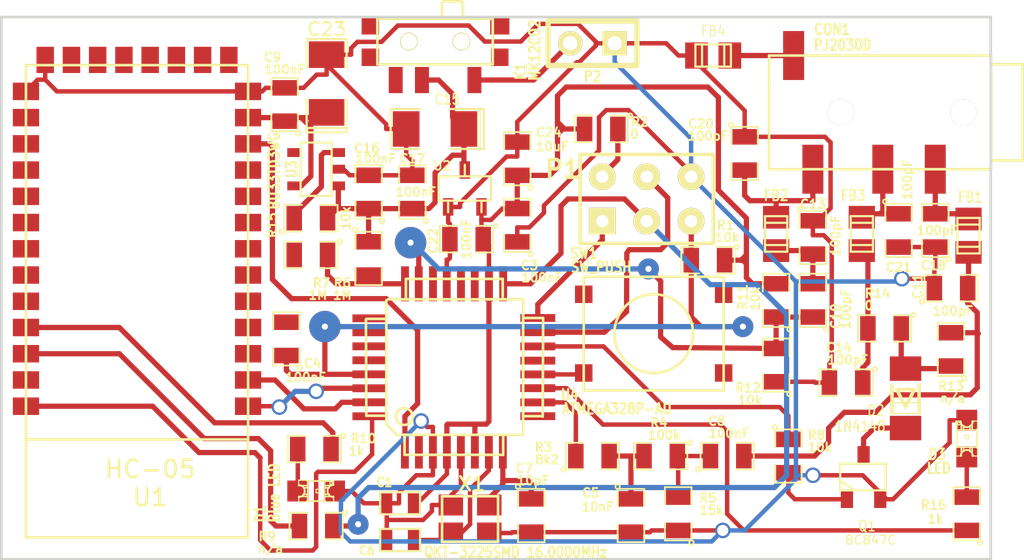
<source format=kicad_pcb>
(kicad_pcb (version 20171130) (host pcbnew "(5.1.12)-1")

  (general
    (thickness 1.6)
    (drawings 4)
    (tracks 554)
    (zones 0)
    (modules 55)
    (nets 40)
  )

  (page A4)
  (title_block
    (title "Bluetooth KISS TNC")
    (rev 0.1)
    (company LZ1ARM)
  )

  (layers
    (0 F.Cu signal)
    (31 B.Cu signal)
    (32 B.Adhes user hide)
    (33 F.Adhes user hide)
    (34 B.Paste user hide)
    (35 F.Paste user hide)
    (36 B.SilkS user hide)
    (37 F.SilkS user hide)
    (38 B.Mask user hide)
    (39 F.Mask user hide)
    (40 Dwgs.User user hide)
    (41 Cmts.User user hide)
    (42 Eco1.User user hide)
    (43 Eco2.User user hide)
    (44 Edge.Cuts user)
  )

  (setup
    (last_trace_width 0.254)
    (user_trace_width 0.3)
    (trace_clearance 0.254)
    (zone_clearance 0.508)
    (zone_45_only no)
    (trace_min 0.254)
    (via_size 0.889)
    (via_drill 0.635)
    (via_min_size 0.889)
    (via_min_drill 0.508)
    (user_via 1.2 0.35)
    (user_via 1.8 0.35)
    (user_via 2 0.35)
    (uvia_size 0.508)
    (uvia_drill 0.127)
    (uvias_allowed no)
    (uvia_min_size 0.508)
    (uvia_min_drill 0.127)
    (edge_width 0.15)
    (segment_width 0.2)
    (pcb_text_width 0.3)
    (pcb_text_size 1 1)
    (mod_edge_width 0.15)
    (mod_text_size 1 1)
    (mod_text_width 0.15)
    (pad_size 1 1)
    (pad_drill 0)
    (pad_to_mask_clearance 0)
    (aux_axis_origin 0 0)
    (visible_elements 7FFFFFFF)
    (pcbplotparams
      (layerselection 0x00030_ffffffff)
      (usegerberextensions false)
      (usegerberattributes true)
      (usegerberadvancedattributes true)
      (creategerberjobfile true)
      (excludeedgelayer false)
      (linewidth 0.150000)
      (plotframeref false)
      (viasonmask false)
      (mode 1)
      (useauxorigin false)
      (hpglpennumber 1)
      (hpglpenspeed 20)
      (hpglpendiameter 15.000000)
      (psnegative false)
      (psa4output false)
      (plotreference true)
      (plotvalue true)
      (plotinvisibletext false)
      (padsonsilk false)
      (subtractmaskfromsilk false)
      (outputformat 2)
      (mirror true)
      (drillshape 0)
      (scaleselection 1)
      (outputdirectory "gerber/"))
  )

  (net 0 "")
  (net 1 +BATT)
  (net 2 3V3)
  (net 3 DPTT)
  (net 4 ENABLE)
  (net 5 GND)
  (net 6 MIC)
  (net 7 MISO)
  (net 8 MOSI)
  (net 9 N-0000010)
  (net 10 N-0000011)
  (net 11 N-0000012)
  (net 12 N-0000014)
  (net 13 N-0000015)
  (net 14 N-0000017)
  (net 15 N-0000018)
  (net 16 N-0000019)
  (net 17 N-000002)
  (net 18 N-0000023)
  (net 19 N-0000024)
  (net 20 N-0000026)
  (net 21 N-0000027)
  (net 22 N-0000028)
  (net 23 N-000003)
  (net 24 N-0000030)
  (net 25 N-0000033)
  (net 26 N-000004)
  (net 27 N-000005)
  (net 28 N-0000059)
  (net 29 N-000006)
  (net 30 N-000007)
  (net 31 N-0000071)
  (net 32 N-0000072)
  (net 33 N-0000073)
  (net 34 N-000009)
  (net 35 PWR)
  (net 36 RESET)
  (net 37 SCK)
  (net 38 SPK)
  (net 39 VCC)

  (net_class Default "This is the default net class."
    (clearance 0.254)
    (trace_width 0.254)
    (via_dia 0.889)
    (via_drill 0.635)
    (uvia_dia 0.508)
    (uvia_drill 0.127)
    (add_net +BATT)
    (add_net 3V3)
    (add_net DPTT)
    (add_net ENABLE)
    (add_net GND)
    (add_net MIC)
    (add_net MISO)
    (add_net MOSI)
    (add_net N-0000010)
    (add_net N-0000011)
    (add_net N-0000012)
    (add_net N-0000014)
    (add_net N-0000015)
    (add_net N-0000017)
    (add_net N-0000018)
    (add_net N-0000019)
    (add_net N-000002)
    (add_net N-0000023)
    (add_net N-0000024)
    (add_net N-0000026)
    (add_net N-0000027)
    (add_net N-0000028)
    (add_net N-000003)
    (add_net N-0000030)
    (add_net N-0000033)
    (add_net N-000004)
    (add_net N-000005)
    (add_net N-0000059)
    (add_net N-000006)
    (add_net N-000007)
    (add_net N-0000071)
    (add_net N-0000072)
    (add_net N-0000073)
    (add_net N-000009)
    (add_net PWR)
    (add_net RESET)
    (add_net SCK)
    (add_net SPK)
    (add_net VCC)
  )

  (module TQFP32 (layer F.Cu) (tedit 565B2185) (tstamp 56269B88)
    (at 146.4 104.6 90)
    (path /561D5749)
    (fp_text reference U4 (at -1.6 6.6 180) (layer F.SilkS)
      (effects (font (size 0.6 0.5) (thickness 0.125)))
    )
    (fp_text value ATMEGA328P-AU (at -2.4 9.3 180) (layer F.SilkS)
      (effects (font (size 0.6 0.5) (thickness 0.125)))
    )
    (fp_circle (center -2.83972 -2.86004) (end -2.43332 -2.60604) (layer F.SilkS) (width 0.1524))
    (fp_line (start -2.794 -3.8862) (end -2.794 -5.03428) (layer F.SilkS) (width 0.1524))
    (fp_line (start -5.02412 -2.8448) (end -3.87604 -2.8448) (layer F.SilkS) (width 0.1524))
    (fp_line (start -3.87604 -3.302) (end -3.29184 -3.8862) (layer F.SilkS) (width 0.1524))
    (fp_line (start -5.0292 2.794) (end -3.8862 2.794) (layer F.SilkS) (width 0.1524))
    (fp_line (start -5.0292 -2.8448) (end -5.0292 2.794) (layer F.SilkS) (width 0.1524))
    (fp_line (start -3.8862 3.937) (end 3.7338 3.937) (layer F.SilkS) (width 0.1524))
    (fp_line (start 3.8608 3.937) (end 3.8608 -3.7846) (layer F.SilkS) (width 0.1524))
    (fp_line (start -3.2512 -3.8862) (end 3.81 -3.8862) (layer F.SilkS) (width 0.1524))
    (fp_line (start 2.7432 -5.0292) (end 2.7432 -3.9878) (layer F.SilkS) (width 0.1524))
    (fp_line (start -3.8862 -3.2766) (end -3.8862 3.9116) (layer F.SilkS) (width 0.1524))
    (fp_line (start -2.794 -5.0292) (end 2.7178 -5.0546) (layer F.SilkS) (width 0.1524))
    (fp_line (start -2.8448 5.0546) (end 2.794 5.08) (layer F.SilkS) (width 0.1524))
    (fp_line (start -2.8194 3.9878) (end -2.8194 5.0546) (layer F.SilkS) (width 0.1524))
    (fp_line (start 2.794 3.9624) (end 2.794 5.0546) (layer F.SilkS) (width 0.1524))
    (fp_line (start 5.0292 2.7686) (end 5.0292 -2.7686) (layer F.SilkS) (width 0.1524))
    (fp_line (start 5.0292 -2.7686) (end 3.9116 -2.7686) (layer F.SilkS) (width 0.1524))
    (fp_line (start 5.0292 2.7686) (end 3.8862 2.7686) (layer F.SilkS) (width 0.1524))
    (pad 8 smd rect (at -4.81584 2.77622 90) (size 1.99898 0.44958) (layers F.Cu F.Paste F.Mask)
      (net 18 N-0000023))
    (pad 7 smd rect (at -4.81584 1.97612 90) (size 1.99898 0.44958) (layers F.Cu F.Paste F.Mask)
      (net 19 N-0000024))
    (pad 6 smd rect (at -4.81584 1.17602 90) (size 1.99898 0.44958) (layers F.Cu F.Paste F.Mask)
      (net 39 VCC))
    (pad 5 smd rect (at -4.81584 0.37592 90) (size 1.99898 0.44958) (layers F.Cu F.Paste F.Mask)
      (net 5 GND))
    (pad 4 smd rect (at -4.81584 -0.42418 90) (size 1.99898 0.44958) (layers F.Cu F.Paste F.Mask)
      (net 39 VCC))
    (pad 3 smd rect (at -4.81584 -1.22428 90) (size 1.99898 0.44958) (layers F.Cu F.Paste F.Mask)
      (net 5 GND))
    (pad 2 smd rect (at -4.81584 -2.02438 90) (size 1.99898 0.44958) (layers F.Cu F.Paste F.Mask))
    (pad 1 smd rect (at -4.81584 -2.82448 90) (size 1.99898 0.44958) (layers F.Cu F.Paste F.Mask)
      (net 33 N-0000073))
    (pad 24 smd rect (at 4.7498 -2.8194 90) (size 1.99898 0.44958) (layers F.Cu F.Paste F.Mask)
      (net 35 PWR))
    (pad 17 smd rect (at 4.7498 2.794 90) (size 1.99898 0.44958) (layers F.Cu F.Paste F.Mask)
      (net 37 SCK))
    (pad 18 smd rect (at 4.7498 1.9812 90) (size 1.99898 0.44958) (layers F.Cu F.Paste F.Mask)
      (net 39 VCC))
    (pad 19 smd rect (at 4.7498 1.1684 90) (size 1.99898 0.44958) (layers F.Cu F.Paste F.Mask))
    (pad 20 smd rect (at 4.7498 0.381 90) (size 1.99898 0.44958) (layers F.Cu F.Paste F.Mask))
    (pad 21 smd rect (at 4.7498 -0.4318 90) (size 1.99898 0.44958) (layers F.Cu F.Paste F.Mask)
      (net 5 GND))
    (pad 22 smd rect (at 4.7498 -1.2192 90) (size 1.99898 0.44958) (layers F.Cu F.Paste F.Mask))
    (pad 23 smd rect (at 4.7498 -2.032 90) (size 1.99898 0.44958) (layers F.Cu F.Paste F.Mask)
      (net 38 SPK))
    (pad 32 smd rect (at -2.82448 -4.826 90) (size 0.44958 1.99898) (layers F.Cu F.Paste F.Mask)
      (net 31 N-0000071))
    (pad 31 smd rect (at -2.02692 -4.826 90) (size 0.44958 1.99898) (layers F.Cu F.Paste F.Mask)
      (net 28 N-0000059))
    (pad 30 smd rect (at -1.22428 -4.826 90) (size 0.44958 1.99898) (layers F.Cu F.Paste F.Mask)
      (net 32 N-0000072))
    (pad 29 smd rect (at -0.42672 -4.826 90) (size 0.44958 1.99898) (layers F.Cu F.Paste F.Mask)
      (net 36 RESET))
    (pad 28 smd rect (at 0.37592 -4.826 90) (size 0.44958 1.99898) (layers F.Cu F.Paste F.Mask))
    (pad 27 smd rect (at 1.17348 -4.826 90) (size 0.44958 1.99898) (layers F.Cu F.Paste F.Mask))
    (pad 26 smd rect (at 1.97612 -4.826 90) (size 0.44958 1.99898) (layers F.Cu F.Paste F.Mask))
    (pad 25 smd rect (at 2.77368 -4.826 90) (size 0.44958 1.99898) (layers F.Cu F.Paste F.Mask))
    (pad 9 smd rect (at -2.8194 4.7752 90) (size 0.44958 1.99898) (layers F.Cu F.Paste F.Mask))
    (pad 10 smd rect (at -2.032 4.7752 90) (size 0.44958 1.99898) (layers F.Cu F.Paste F.Mask)
      (net 27 N-000005))
    (pad 11 smd rect (at -1.2192 4.7752 90) (size 0.44958 1.99898) (layers F.Cu F.Paste F.Mask)
      (net 22 N-0000028))
    (pad 12 smd rect (at -0.4318 4.7752 90) (size 0.44958 1.99898) (layers F.Cu F.Paste F.Mask)
      (net 20 N-0000026))
    (pad 13 smd rect (at 0.3556 4.7752 90) (size 0.44958 1.99898) (layers F.Cu F.Paste F.Mask))
    (pad 14 smd rect (at 1.1684 4.7752 90) (size 0.44958 1.99898) (layers F.Cu F.Paste F.Mask)
      (net 3 DPTT))
    (pad 15 smd rect (at 1.9812 4.7752 90) (size 0.44958 1.99898) (layers F.Cu F.Paste F.Mask)
      (net 8 MOSI))
    (pad 16 smd rect (at 2.794 4.7752 90) (size 0.44958 1.99898) (layers F.Cu F.Paste F.Mask)
      (net 7 MISO))
    (model smd/tqfp32.wrl
      (at (xyz 0 0 0))
      (scale (xyz 1 1 1))
      (rotate (xyz 0 0 0))
    )
  )

  (module SOT23_INV (layer F.Cu) (tedit 565B1DDA) (tstamp 56269B94)
    (at 169.8 110.9)
    (descr "SOT_23  PADS 1-2 inverted")
    (tags SOT23)
    (path /561EB010)
    (attr smd)
    (fp_text reference Q1 (at 0.2 2.8) (layer F.SilkS)
      (effects (font (size 0.6 0.5) (thickness 0.0762)))
    )
    (fp_text value BC847C (at 0.4 3.6) (layer F.SilkS)
      (effects (font (size 0.50038 0.50038) (thickness 0.0762)))
    )
    (fp_line (start 1.27 -0.762) (end 1.27 0.762) (layer F.SilkS) (width 0.127))
    (fp_line (start -1.3335 -0.762) (end 1.27 -0.762) (layer F.SilkS) (width 0.127))
    (fp_line (start -1.3335 0.762) (end -1.3335 -0.762) (layer F.SilkS) (width 0.127))
    (fp_line (start 1.27 0.762) (end -1.3335 0.762) (layer F.SilkS) (width 0.127))
    (fp_line (start -0.508 0.762) (end -1.27 0.254) (layer F.SilkS) (width 0.127))
    (pad 3 smd rect (at 0 -1.27) (size 0.70104 1.00076) (layers F.Cu F.Paste F.Mask)
      (net 23 N-000003))
    (pad 1 smd rect (at 0.9525 1.27) (size 0.70104 1.00076) (layers F.Cu F.Paste F.Mask)
      (net 5 GND))
    (pad 2 smd rect (at -0.9525 1.27) (size 0.70104 1.00076) (layers F.Cu F.Paste F.Mask)
      (net 11 N-0000012))
    (model smd/SOT23_6.wrl
      (at (xyz 0 0 0))
      (scale (xyz 0.11 0.11 0.11))
      (rotate (xyz 0 0 -180))
    )
  )

  (module sot23 (layer F.Cu) (tedit 565B226F) (tstamp 56269BA2)
    (at 147 94.4)
    (descr SOT23)
    (path /56200920)
    (attr smd)
    (fp_text reference U2 (at -1.3 -1.3) (layer F.SilkS)
      (effects (font (size 0.50038 0.50038) (thickness 0.09906)))
    )
    (fp_text value APE8800N (at 0 0.09906) (layer F.SilkS) hide
      (effects (font (size 0.50038 0.50038) (thickness 0.09906)))
    )
    (fp_line (start -1.4986 0.6985) (end -1.4986 -0.6985) (layer F.SilkS) (width 0.127))
    (fp_line (start 1.4986 0.6985) (end -1.4986 0.6985) (layer F.SilkS) (width 0.127))
    (fp_line (start 1.4986 -0.6985) (end 1.4986 0.6985) (layer F.SilkS) (width 0.127))
    (fp_line (start -1.4986 -0.6985) (end 1.4986 -0.6985) (layer F.SilkS) (width 0.127))
    (fp_line (start 0 -0.6985) (end 0 -1.3589) (layer F.SilkS) (width 0.127))
    (fp_line (start -0.9525 0.6985) (end -0.9525 1.3589) (layer F.SilkS) (width 0.127))
    (fp_line (start 0.9525 0.6985) (end 0.9525 1.3589) (layer F.SilkS) (width 0.127))
    (pad 1 smd rect (at -0.9525 1.05664) (size 0.59944 1.00076) (layers F.Cu F.Paste F.Mask)
      (net 5 GND))
    (pad 2 smd rect (at 0 -1.05664) (size 0.59944 1.00076) (layers F.Cu F.Paste F.Mask)
      (net 1 +BATT))
    (pad 3 smd rect (at 0.9525 1.05664) (size 0.59944 1.00076) (layers F.Cu F.Paste F.Mask)
      (net 39 VCC))
    (model smd/smd_transistors/sot23.wrl
      (at (xyz 0 0 0))
      (scale (xyz 1 1 1))
      (rotate (xyz 0 0 0))
    )
  )

  (module SM0805 (layer F.Cu) (tedit 565B212A) (tstamp 56269BAF)
    (at 173.9 96.8 90)
    (path /56215669)
    (attr smd)
    (fp_text reference C18 (at -2 -0.1 180) (layer F.SilkS)
      (effects (font (size 0.50038 0.50038) (thickness 0.10922)))
    )
    (fp_text value 100pF (at 0 0.1 180) (layer F.SilkS)
      (effects (font (size 0.50038 0.50038) (thickness 0.10922)))
    )
    (fp_line (start 1.524 0.762) (end 0.508 0.762) (layer F.SilkS) (width 0.09906))
    (fp_line (start 1.524 -0.762) (end 1.524 0.762) (layer F.SilkS) (width 0.09906))
    (fp_line (start 0.508 -0.762) (end 1.524 -0.762) (layer F.SilkS) (width 0.09906))
    (fp_line (start -1.524 -0.762) (end -0.508 -0.762) (layer F.SilkS) (width 0.09906))
    (fp_line (start -1.524 0.762) (end -1.524 -0.762) (layer F.SilkS) (width 0.09906))
    (fp_line (start -0.508 0.762) (end -1.524 0.762) (layer F.SilkS) (width 0.09906))
    (fp_circle (center -1.651 0.762) (end -1.651 0.635) (layer F.SilkS) (width 0.09906))
    (pad 1 smd rect (at -0.9525 0 90) (size 0.889 1.397) (layers F.Cu F.Paste F.Mask)
      (net 5 GND))
    (pad 2 smd rect (at 0.9525 0 90) (size 0.889 1.397) (layers F.Cu F.Paste F.Mask)
      (net 13 N-0000015))
    (model smd/chip_cms.wrl
      (at (xyz 0 0 0))
      (scale (xyz 0.1 0.1 0.1))
      (rotate (xyz 0 0 0))
    )
  )

  (module SM0805 (layer F.Cu) (tedit 565B21AA) (tstamp 56269BC9)
    (at 147.1 97.3 180)
    (path /5620092F)
    (attr smd)
    (fp_text reference C22 (at 1.9 -0.1 270) (layer F.SilkS)
      (effects (font (size 0.50038 0.50038) (thickness 0.10922)))
    )
    (fp_text value 100nF (at 0 0 270) (layer F.SilkS)
      (effects (font (size 0.50038 0.50038) (thickness 0.10922)))
    )
    (fp_line (start 1.524 0.762) (end 0.508 0.762) (layer F.SilkS) (width 0.09906))
    (fp_line (start 1.524 -0.762) (end 1.524 0.762) (layer F.SilkS) (width 0.09906))
    (fp_line (start 0.508 -0.762) (end 1.524 -0.762) (layer F.SilkS) (width 0.09906))
    (fp_line (start -1.524 -0.762) (end -0.508 -0.762) (layer F.SilkS) (width 0.09906))
    (fp_line (start -1.524 0.762) (end -1.524 -0.762) (layer F.SilkS) (width 0.09906))
    (fp_line (start -0.508 0.762) (end -1.524 0.762) (layer F.SilkS) (width 0.09906))
    (fp_circle (center -1.651 0.762) (end -1.651 0.635) (layer F.SilkS) (width 0.09906))
    (pad 1 smd rect (at -0.9525 0 180) (size 0.889 1.397) (layers F.Cu F.Paste F.Mask)
      (net 39 VCC))
    (pad 2 smd rect (at 0.9525 0 180) (size 0.889 1.397) (layers F.Cu F.Paste F.Mask)
      (net 5 GND))
    (model smd/chip_cms.wrl
      (at (xyz 0 0 0))
      (scale (xyz 0.1 0.1 0.1))
      (rotate (xyz 0 0 0))
    )
  )

  (module SM0805 (layer F.Cu) (tedit 565B21B4) (tstamp 56310CEA)
    (at 144 94.6 90)
    (path /5620093E)
    (attr smd)
    (fp_text reference C17 (at 1.9 0 180) (layer F.SilkS)
      (effects (font (size 0.50038 0.50038) (thickness 0.10922)))
    )
    (fp_text value 100nF (at 0 0.2 180) (layer F.SilkS)
      (effects (font (size 0.50038 0.50038) (thickness 0.10922)))
    )
    (fp_line (start 1.524 0.762) (end 0.508 0.762) (layer F.SilkS) (width 0.09906))
    (fp_line (start 1.524 -0.762) (end 1.524 0.762) (layer F.SilkS) (width 0.09906))
    (fp_line (start 0.508 -0.762) (end 1.524 -0.762) (layer F.SilkS) (width 0.09906))
    (fp_line (start -1.524 -0.762) (end -0.508 -0.762) (layer F.SilkS) (width 0.09906))
    (fp_line (start -1.524 0.762) (end -1.524 -0.762) (layer F.SilkS) (width 0.09906))
    (fp_line (start -0.508 0.762) (end -1.524 0.762) (layer F.SilkS) (width 0.09906))
    (fp_circle (center -1.651 0.762) (end -1.651 0.635) (layer F.SilkS) (width 0.09906))
    (pad 1 smd rect (at -0.9525 0 90) (size 0.889 1.397) (layers F.Cu F.Paste F.Mask)
      (net 1 +BATT))
    (pad 2 smd rect (at 0.9525 0 90) (size 0.889 1.397) (layers F.Cu F.Paste F.Mask)
      (net 5 GND))
    (model smd/chip_cms.wrl
      (at (xyz 0 0 0))
      (scale (xyz 0.1 0.1 0.1))
      (rotate (xyz 0 0 0))
    )
  )

  (module SM0805 (layer F.Cu) (tedit 565B2263) (tstamp 56269BE3)
    (at 138.2 96.1)
    (path /56227DBF)
    (attr smd)
    (fp_text reference R15 (at -2.2 0.4 90) (layer F.SilkS)
      (effects (font (size 0.50038 0.50038) (thickness 0.10922)))
    )
    (fp_text value 10k (at 2 0 90) (layer F.SilkS)
      (effects (font (size 0.50038 0.50038) (thickness 0.10922)))
    )
    (fp_line (start 1.524 0.762) (end 0.508 0.762) (layer F.SilkS) (width 0.09906))
    (fp_line (start 1.524 -0.762) (end 1.524 0.762) (layer F.SilkS) (width 0.09906))
    (fp_line (start 0.508 -0.762) (end 1.524 -0.762) (layer F.SilkS) (width 0.09906))
    (fp_line (start -1.524 -0.762) (end -0.508 -0.762) (layer F.SilkS) (width 0.09906))
    (fp_line (start -1.524 0.762) (end -1.524 -0.762) (layer F.SilkS) (width 0.09906))
    (fp_line (start -0.508 0.762) (end -1.524 0.762) (layer F.SilkS) (width 0.09906))
    (fp_circle (center -1.651 0.762) (end -1.651 0.635) (layer F.SilkS) (width 0.09906))
    (pad 1 smd rect (at -0.9525 0) (size 0.889 1.397) (layers F.Cu F.Paste F.Mask)
      (net 4 ENABLE))
    (pad 2 smd rect (at 0.9525 0) (size 0.889 1.397) (layers F.Cu F.Paste F.Mask)
      (net 1 +BATT))
    (model smd/chip_cms.wrl
      (at (xyz 0 0 0))
      (scale (xyz 0.1 0.1 0.1))
      (rotate (xyz 0 0 0))
    )
  )

  (module SM0805 (layer F.Cu) (tedit 565B1B9F) (tstamp 56310D06)
    (at 141.5 94.6 90)
    (path /56227966)
    (attr smd)
    (fp_text reference C16 (at 2.5 -0.1 180) (layer F.SilkS)
      (effects (font (size 0.50038 0.50038) (thickness 0.10922)))
    )
    (fp_text value 100nF (at 1.9 0.4 180) (layer F.SilkS)
      (effects (font (size 0.50038 0.50038) (thickness 0.10922)))
    )
    (fp_line (start 1.524 0.762) (end 0.508 0.762) (layer F.SilkS) (width 0.09906))
    (fp_line (start 1.524 -0.762) (end 1.524 0.762) (layer F.SilkS) (width 0.09906))
    (fp_line (start 0.508 -0.762) (end 1.524 -0.762) (layer F.SilkS) (width 0.09906))
    (fp_line (start -1.524 -0.762) (end -0.508 -0.762) (layer F.SilkS) (width 0.09906))
    (fp_line (start -1.524 0.762) (end -1.524 -0.762) (layer F.SilkS) (width 0.09906))
    (fp_line (start -0.508 0.762) (end -1.524 0.762) (layer F.SilkS) (width 0.09906))
    (fp_circle (center -1.651 0.762) (end -1.651 0.635) (layer F.SilkS) (width 0.09906))
    (pad 1 smd rect (at -0.9525 0 90) (size 0.889 1.397) (layers F.Cu F.Paste F.Mask)
      (net 1 +BATT))
    (pad 2 smd rect (at 0.9525 0 90) (size 0.889 1.397) (layers F.Cu F.Paste F.Mask)
      (net 5 GND))
    (model smd/chip_cms.wrl
      (at (xyz 0 0 0))
      (scale (xyz 0.1 0.1 0.1))
      (rotate (xyz 0 0 0))
    )
  )

  (module SM0805 (layer F.Cu) (tedit 6530AF65) (tstamp 56269C0A)
    (at 136.8 103 90)
    (path /56224451)
    (attr smd)
    (fp_text reference C4 (at -1.4 1.5 180) (layer F.SilkS)
      (effects (font (size 0.50038 0.50038) (thickness 0.10922)))
    )
    (fp_text value 100nF (at -2.2 1.1 180) (layer F.SilkS)
      (effects (font (size 0.50038 0.50038) (thickness 0.10922)))
    )
    (fp_line (start 1.524 0.762) (end 0.508 0.762) (layer F.SilkS) (width 0.09906))
    (fp_line (start 1.524 -0.762) (end 1.524 0.762) (layer F.SilkS) (width 0.09906))
    (fp_line (start 0.508 -0.762) (end 1.524 -0.762) (layer F.SilkS) (width 0.09906))
    (fp_line (start -1.524 -0.762) (end -0.508 -0.762) (layer F.SilkS) (width 0.09906))
    (fp_line (start -1.524 0.762) (end -1.524 -0.762) (layer F.SilkS) (width 0.09906))
    (fp_line (start -0.508 0.762) (end -1.524 0.762) (layer F.SilkS) (width 0.09906))
    (fp_circle (center -1.651 0.762) (end -1.651 0.635) (layer F.SilkS) (width 0.09906))
    (pad 1 smd rect (at -0.9525 0 90) (size 0.889 1.397) (layers F.Cu F.Paste F.Mask)
      (net 36 RESET))
    (pad 2 smd rect (at 0.9525 0 90) (size 0.889 1.397) (layers F.Cu F.Paste F.Mask))
    (model smd/chip_cms.wrl
      (at (xyz 0 0 0))
      (scale (xyz 0.1 0.1 0.1))
      (rotate (xyz 0 0 0))
    )
  )

  (module SM0805 (layer F.Cu) (tedit 565B1EF1) (tstamp 563265FB)
    (at 160.9 98.5 180)
    (path /56224431)
    (attr smd)
    (fp_text reference R1 (at -1 2 180) (layer F.SilkS)
      (effects (font (size 0.50038 0.50038) (thickness 0.10922)))
    )
    (fp_text value 10k (at -1.1 1.3 180) (layer F.SilkS)
      (effects (font (size 0.50038 0.50038) (thickness 0.10922)))
    )
    (fp_line (start 1.524 0.762) (end 0.508 0.762) (layer F.SilkS) (width 0.09906))
    (fp_line (start 1.524 -0.762) (end 1.524 0.762) (layer F.SilkS) (width 0.09906))
    (fp_line (start 0.508 -0.762) (end 1.524 -0.762) (layer F.SilkS) (width 0.09906))
    (fp_line (start -1.524 -0.762) (end -0.508 -0.762) (layer F.SilkS) (width 0.09906))
    (fp_line (start -1.524 0.762) (end -1.524 -0.762) (layer F.SilkS) (width 0.09906))
    (fp_line (start -0.508 0.762) (end -1.524 0.762) (layer F.SilkS) (width 0.09906))
    (fp_circle (center -1.651 0.762) (end -1.651 0.635) (layer F.SilkS) (width 0.09906))
    (pad 1 smd rect (at -0.9525 0 180) (size 0.889 1.397) (layers F.Cu F.Paste F.Mask)
      (net 39 VCC))
    (pad 2 smd rect (at 0.9525 0 180) (size 0.889 1.397) (layers F.Cu F.Paste F.Mask)
      (net 36 RESET))
    (model smd/chip_cms.wrl
      (at (xyz 0 0 0))
      (scale (xyz 0.1 0.1 0.1))
      (rotate (xyz 0 0 0))
    )
  )

  (module SM0805 (layer F.Cu) (tedit 565B1E82) (tstamp 56269C24)
    (at 171 102.4 180)
    (path /562229C6)
    (attr smd)
    (fp_text reference R14 (at 0.4 2 180) (layer F.SilkS)
      (effects (font (size 0.50038 0.50038) (thickness 0.10922)))
    )
    (fp_text value 0 (at 0.9 1.3 180) (layer F.SilkS)
      (effects (font (size 0.50038 0.50038) (thickness 0.10922)))
    )
    (fp_line (start 1.524 0.762) (end 0.508 0.762) (layer F.SilkS) (width 0.09906))
    (fp_line (start 1.524 -0.762) (end 1.524 0.762) (layer F.SilkS) (width 0.09906))
    (fp_line (start 0.508 -0.762) (end 1.524 -0.762) (layer F.SilkS) (width 0.09906))
    (fp_line (start -1.524 -0.762) (end -0.508 -0.762) (layer F.SilkS) (width 0.09906))
    (fp_line (start -1.524 0.762) (end -1.524 -0.762) (layer F.SilkS) (width 0.09906))
    (fp_line (start -0.508 0.762) (end -1.524 0.762) (layer F.SilkS) (width 0.09906))
    (fp_circle (center -1.651 0.762) (end -1.651 0.635) (layer F.SilkS) (width 0.09906))
    (pad 1 smd rect (at -0.9525 0 180) (size 0.889 1.397) (layers F.Cu F.Paste F.Mask)
      (net 26 N-000004))
    (pad 2 smd rect (at 0.9525 0 180) (size 0.889 1.397) (layers F.Cu F.Paste F.Mask)
      (net 17 N-000002))
    (model smd/chip_cms.wrl
      (at (xyz 0 0 0))
      (scale (xyz 0.1 0.1 0.1))
      (rotate (xyz 0 0 0))
    )
  )

  (module SM0805 (layer F.Cu) (tedit 565B1FC5) (tstamp 56269C31)
    (at 150 92.7 90)
    (path /562237ED)
    (attr smd)
    (fp_text reference C24 (at 1.5 1.8 180) (layer F.SilkS)
      (effects (font (size 0.50038 0.50038) (thickness 0.10922)))
    )
    (fp_text value 10uF (at 0.7 2 180) (layer F.SilkS)
      (effects (font (size 0.50038 0.50038) (thickness 0.10922)))
    )
    (fp_line (start 1.524 0.762) (end 0.508 0.762) (layer F.SilkS) (width 0.09906))
    (fp_line (start 1.524 -0.762) (end 1.524 0.762) (layer F.SilkS) (width 0.09906))
    (fp_line (start 0.508 -0.762) (end 1.524 -0.762) (layer F.SilkS) (width 0.09906))
    (fp_line (start -1.524 -0.762) (end -0.508 -0.762) (layer F.SilkS) (width 0.09906))
    (fp_line (start -1.524 0.762) (end -1.524 -0.762) (layer F.SilkS) (width 0.09906))
    (fp_line (start -0.508 0.762) (end -1.524 0.762) (layer F.SilkS) (width 0.09906))
    (fp_circle (center -1.651 0.762) (end -1.651 0.635) (layer F.SilkS) (width 0.09906))
    (pad 1 smd rect (at -0.9525 0 90) (size 0.889 1.397) (layers F.Cu F.Paste F.Mask)
      (net 39 VCC))
    (pad 2 smd rect (at 0.9525 0 90) (size 0.889 1.397) (layers F.Cu F.Paste F.Mask)
      (net 5 GND))
    (model smd/chip_cms.wrl
      (at (xyz 0 0 0))
      (scale (xyz 0.1 0.1 0.1))
      (rotate (xyz 0 0 0))
    )
  )

  (module SM0805 (layer F.Cu) (tedit 565B1C3F) (tstamp 56269C3E)
    (at 163 92.4 270)
    (path /56215678)
    (attr smd)
    (fp_text reference C20 (at -1.7 2.5) (layer F.SilkS)
      (effects (font (size 0.50038 0.50038) (thickness 0.10922)))
    )
    (fp_text value 100pF (at -1 2.1) (layer F.SilkS)
      (effects (font (size 0.50038 0.50038) (thickness 0.10922)))
    )
    (fp_line (start 1.524 0.762) (end 0.508 0.762) (layer F.SilkS) (width 0.09906))
    (fp_line (start 1.524 -0.762) (end 1.524 0.762) (layer F.SilkS) (width 0.09906))
    (fp_line (start 0.508 -0.762) (end 1.524 -0.762) (layer F.SilkS) (width 0.09906))
    (fp_line (start -1.524 -0.762) (end -0.508 -0.762) (layer F.SilkS) (width 0.09906))
    (fp_line (start -1.524 0.762) (end -1.524 -0.762) (layer F.SilkS) (width 0.09906))
    (fp_line (start -0.508 0.762) (end -1.524 0.762) (layer F.SilkS) (width 0.09906))
    (fp_circle (center -1.651 0.762) (end -1.651 0.635) (layer F.SilkS) (width 0.09906))
    (pad 1 smd rect (at -0.9525 0 270) (size 0.889 1.397) (layers F.Cu F.Paste F.Mask)
      (net 5 GND))
    (pad 2 smd rect (at 0.9525 0 270) (size 0.889 1.397) (layers F.Cu F.Paste F.Mask)
      (net 15 N-0000018))
    (model smd/chip_cms.wrl
      (at (xyz 0 0 0))
      (scale (xyz 0.1 0.1 0.1))
      (rotate (xyz 0 0 0))
    )
  )

  (module SM0805 (layer F.Cu) (tedit 565B2102) (tstamp 56269C58)
    (at 171.8 96.8 270)
    (path /56215696)
    (attr smd)
    (fp_text reference C21 (at 2.1 0) (layer F.SilkS)
      (effects (font (size 0.50038 0.50038) (thickness 0.10922)))
    )
    (fp_text value 100pF (at -2.9 -0.5 270) (layer F.SilkS)
      (effects (font (size 0.50038 0.50038) (thickness 0.10922)))
    )
    (fp_line (start 1.524 0.762) (end 0.508 0.762) (layer F.SilkS) (width 0.09906))
    (fp_line (start 1.524 -0.762) (end 1.524 0.762) (layer F.SilkS) (width 0.09906))
    (fp_line (start 0.508 -0.762) (end 1.524 -0.762) (layer F.SilkS) (width 0.09906))
    (fp_line (start -1.524 -0.762) (end -0.508 -0.762) (layer F.SilkS) (width 0.09906))
    (fp_line (start -1.524 0.762) (end -1.524 -0.762) (layer F.SilkS) (width 0.09906))
    (fp_line (start -0.508 0.762) (end -1.524 0.762) (layer F.SilkS) (width 0.09906))
    (fp_circle (center -1.651 0.762) (end -1.651 0.635) (layer F.SilkS) (width 0.09906))
    (pad 1 smd rect (at -0.9525 0 270) (size 0.889 1.397) (layers F.Cu F.Paste F.Mask)
      (net 14 N-0000017))
    (pad 2 smd rect (at 0.9525 0 270) (size 0.889 1.397) (layers F.Cu F.Paste F.Mask)
      (net 5 GND))
    (model smd/chip_cms.wrl
      (at (xyz 0 0 0))
      (scale (xyz 0.1 0.1 0.1))
      (rotate (xyz 0 0 0))
    )
  )

  (module SM0805 (layer F.Cu) (tedit 565B2176) (tstamp 563265ED)
    (at 166.9 97.2 270)
    (path /56215CF9)
    (attr smd)
    (fp_text reference C13 (at -1.9 0) (layer F.SilkS)
      (effects (font (size 0.50038 0.50038) (thickness 0.10922)))
    )
    (fp_text value 100pF (at -0.1 -1.3 270) (layer F.SilkS)
      (effects (font (size 0.50038 0.50038) (thickness 0.10922)))
    )
    (fp_line (start 1.524 0.762) (end 0.508 0.762) (layer F.SilkS) (width 0.09906))
    (fp_line (start 1.524 -0.762) (end 1.524 0.762) (layer F.SilkS) (width 0.09906))
    (fp_line (start 0.508 -0.762) (end 1.524 -0.762) (layer F.SilkS) (width 0.09906))
    (fp_line (start -1.524 -0.762) (end -0.508 -0.762) (layer F.SilkS) (width 0.09906))
    (fp_line (start -1.524 0.762) (end -1.524 -0.762) (layer F.SilkS) (width 0.09906))
    (fp_line (start -0.508 0.762) (end -1.524 0.762) (layer F.SilkS) (width 0.09906))
    (fp_circle (center -1.651 0.762) (end -1.651 0.635) (layer F.SilkS) (width 0.09906))
    (pad 1 smd rect (at -0.9525 0 270) (size 0.889 1.397) (layers F.Cu F.Paste F.Mask)
      (net 5 GND))
    (pad 2 smd rect (at 0.9525 0 270) (size 0.889 1.397) (layers F.Cu F.Paste F.Mask)
      (net 34 N-000009))
    (model smd/chip_cms.wrl
      (at (xyz 0 0 0))
      (scale (xyz 0.1 0.1 0.1))
      (rotate (xyz 0 0 0))
    )
  )

  (module SM0805 (layer F.Cu) (tedit 565B20F0) (tstamp 56269C72)
    (at 174.8 100.1)
    (path /56215D12)
    (attr smd)
    (fp_text reference C11 (at -1.9 -0.1 90) (layer F.SilkS)
      (effects (font (size 0.50038 0.50038) (thickness 0.10922)))
    )
    (fp_text value 100pF (at 0.1 1.3) (layer F.SilkS)
      (effects (font (size 0.50038 0.50038) (thickness 0.10922)))
    )
    (fp_line (start 1.524 0.762) (end 0.508 0.762) (layer F.SilkS) (width 0.09906))
    (fp_line (start 1.524 -0.762) (end 1.524 0.762) (layer F.SilkS) (width 0.09906))
    (fp_line (start 0.508 -0.762) (end 1.524 -0.762) (layer F.SilkS) (width 0.09906))
    (fp_line (start -1.524 -0.762) (end -0.508 -0.762) (layer F.SilkS) (width 0.09906))
    (fp_line (start -1.524 0.762) (end -1.524 -0.762) (layer F.SilkS) (width 0.09906))
    (fp_line (start -0.508 0.762) (end -1.524 0.762) (layer F.SilkS) (width 0.09906))
    (fp_circle (center -1.651 0.762) (end -1.651 0.635) (layer F.SilkS) (width 0.09906))
    (pad 1 smd rect (at -0.9525 0) (size 0.889 1.397) (layers F.Cu F.Paste F.Mask)
      (net 5 GND))
    (pad 2 smd rect (at 0.9525 0) (size 0.889 1.397) (layers F.Cu F.Paste F.Mask)
      (net 6 MIC))
    (model smd/chip_cms.wrl
      (at (xyz 0 0 0))
      (scale (xyz 0.1 0.1 0.1))
      (rotate (xyz 0 0 0))
    )
  )

  (module SM0805 (layer F.Cu) (tedit 565B1E94) (tstamp 56269C7F)
    (at 168.8 105.5 180)
    (path /56215D21)
    (attr smd)
    (fp_text reference C14 (at 0.4 2 180) (layer F.SilkS)
      (effects (font (size 0.50038 0.50038) (thickness 0.10922)))
    )
    (fp_text value 100pF (at -0.1 1.3 180) (layer F.SilkS)
      (effects (font (size 0.50038 0.50038) (thickness 0.10922)))
    )
    (fp_line (start 1.524 0.762) (end 0.508 0.762) (layer F.SilkS) (width 0.09906))
    (fp_line (start 1.524 -0.762) (end 1.524 0.762) (layer F.SilkS) (width 0.09906))
    (fp_line (start 0.508 -0.762) (end 1.524 -0.762) (layer F.SilkS) (width 0.09906))
    (fp_line (start -1.524 -0.762) (end -0.508 -0.762) (layer F.SilkS) (width 0.09906))
    (fp_line (start -1.524 0.762) (end -1.524 -0.762) (layer F.SilkS) (width 0.09906))
    (fp_line (start -0.508 0.762) (end -1.524 0.762) (layer F.SilkS) (width 0.09906))
    (fp_circle (center -1.651 0.762) (end -1.651 0.635) (layer F.SilkS) (width 0.09906))
    (pad 1 smd rect (at -0.9525 0 180) (size 0.889 1.397) (layers F.Cu F.Paste F.Mask)
      (net 17 N-000002))
    (pad 2 smd rect (at 0.9525 0 180) (size 0.889 1.397) (layers F.Cu F.Paste F.Mask)
      (net 5 GND))
    (model smd/chip_cms.wrl
      (at (xyz 0 0 0))
      (scale (xyz 0.1 0.1 0.1))
      (rotate (xyz 0 0 0))
    )
  )

  (module SM0805 (layer F.Cu) (tedit 565B1BC0) (tstamp 56269C99)
    (at 141.5 98.4 270)
    (path /562169DA)
    (attr smd)
    (fp_text reference R6 (at 1.4 1.5) (layer F.SilkS)
      (effects (font (size 0.50038 0.50038) (thickness 0.10922)))
    )
    (fp_text value 1M (at 2.1 1.5) (layer F.SilkS)
      (effects (font (size 0.50038 0.50038) (thickness 0.10922)))
    )
    (fp_line (start 1.524 0.762) (end 0.508 0.762) (layer F.SilkS) (width 0.09906))
    (fp_line (start 1.524 -0.762) (end 1.524 0.762) (layer F.SilkS) (width 0.09906))
    (fp_line (start 0.508 -0.762) (end 1.524 -0.762) (layer F.SilkS) (width 0.09906))
    (fp_line (start -1.524 -0.762) (end -0.508 -0.762) (layer F.SilkS) (width 0.09906))
    (fp_line (start -1.524 0.762) (end -1.524 -0.762) (layer F.SilkS) (width 0.09906))
    (fp_line (start -0.508 0.762) (end -1.524 0.762) (layer F.SilkS) (width 0.09906))
    (fp_circle (center -1.651 0.762) (end -1.651 0.635) (layer F.SilkS) (width 0.09906))
    (pad 1 smd rect (at -0.9525 0 270) (size 0.889 1.397) (layers F.Cu F.Paste F.Mask)
      (net 1 +BATT))
    (pad 2 smd rect (at 0.9525 0 270) (size 0.889 1.397) (layers F.Cu F.Paste F.Mask)
      (net 35 PWR))
    (model smd/chip_cms.wrl
      (at (xyz 0 0 0))
      (scale (xyz 0.1 0.1 0.1))
      (rotate (xyz 0 0 0))
    )
  )

  (module SM0805 (layer F.Cu) (tedit 6530AF60) (tstamp 56269CA6)
    (at 138.2 98.2 180)
    (path /562169E9)
    (attr smd)
    (fp_text reference R7 (at -0.6 -1.6 180) (layer F.SilkS)
      (effects (font (size 0.50038 0.50038) (thickness 0.10922)))
    )
    (fp_text value 1M (at -0.4 -2.3 180) (layer F.SilkS)
      (effects (font (size 0.50038 0.50038) (thickness 0.10922)))
    )
    (fp_line (start 1.524 0.762) (end 0.508 0.762) (layer F.SilkS) (width 0.09906))
    (fp_line (start 1.524 -0.762) (end 1.524 0.762) (layer F.SilkS) (width 0.09906))
    (fp_line (start 0.508 -0.762) (end 1.524 -0.762) (layer F.SilkS) (width 0.09906))
    (fp_line (start -1.524 -0.762) (end -0.508 -0.762) (layer F.SilkS) (width 0.09906))
    (fp_line (start -1.524 0.762) (end -1.524 -0.762) (layer F.SilkS) (width 0.09906))
    (fp_line (start -0.508 0.762) (end -1.524 0.762) (layer F.SilkS) (width 0.09906))
    (fp_circle (center -1.651 0.762) (end -1.651 0.635) (layer F.SilkS) (width 0.09906))
    (pad 1 smd rect (at -0.9525 0 180) (size 0.889 1.397) (layers F.Cu F.Paste F.Mask)
      (net 35 PWR))
    (pad 2 smd rect (at 0.9525 0 180) (size 0.889 1.397) (layers F.Cu F.Paste F.Mask))
    (model smd/chip_cms.wrl
      (at (xyz 0 0 0))
      (scale (xyz 0.1 0.1 0.1))
      (rotate (xyz 0 0 0))
    )
  )

  (module SM0805 (layer F.Cu) (tedit 565B1D9A) (tstamp 56269CB3)
    (at 156.5 113.1 270)
    (path /561EBFAA)
    (attr smd)
    (fp_text reference C5 (at -1.3 2.3) (layer F.SilkS)
      (effects (font (size 0.50038 0.50038) (thickness 0.10922)))
    )
    (fp_text value 10nF (at -0.5 1.9) (layer F.SilkS)
      (effects (font (size 0.50038 0.50038) (thickness 0.10922)))
    )
    (fp_line (start 1.524 0.762) (end 0.508 0.762) (layer F.SilkS) (width 0.09906))
    (fp_line (start 1.524 -0.762) (end 1.524 0.762) (layer F.SilkS) (width 0.09906))
    (fp_line (start 0.508 -0.762) (end 1.524 -0.762) (layer F.SilkS) (width 0.09906))
    (fp_line (start -1.524 -0.762) (end -0.508 -0.762) (layer F.SilkS) (width 0.09906))
    (fp_line (start -1.524 0.762) (end -1.524 -0.762) (layer F.SilkS) (width 0.09906))
    (fp_line (start -0.508 0.762) (end -1.524 0.762) (layer F.SilkS) (width 0.09906))
    (fp_circle (center -1.651 0.762) (end -1.651 0.635) (layer F.SilkS) (width 0.09906))
    (pad 1 smd rect (at -0.9525 0 270) (size 0.889 1.397) (layers F.Cu F.Paste F.Mask)
      (net 9 N-0000010))
    (pad 2 smd rect (at 0.9525 0 270) (size 0.889 1.397) (layers F.Cu F.Paste F.Mask)
      (net 5 GND))
    (model smd/chip_cms.wrl
      (at (xyz 0 0 0))
      (scale (xyz 0.1 0.1 0.1))
      (rotate (xyz 0 0 0))
    )
  )

  (module SM0805 (layer F.Cu) (tedit 565B1B81) (tstamp 56269CC0)
    (at 136.7 89.6 90)
    (path /561E9CFD)
    (attr smd)
    (fp_text reference C9 (at 2.7 -0.7 180) (layer F.SilkS)
      (effects (font (size 0.50038 0.50038) (thickness 0.10922)))
    )
    (fp_text value 100nF (at 2 0 180) (layer F.SilkS)
      (effects (font (size 0.50038 0.50038) (thickness 0.10922)))
    )
    (fp_line (start 1.524 0.762) (end 0.508 0.762) (layer F.SilkS) (width 0.09906))
    (fp_line (start 1.524 -0.762) (end 1.524 0.762) (layer F.SilkS) (width 0.09906))
    (fp_line (start 0.508 -0.762) (end 1.524 -0.762) (layer F.SilkS) (width 0.09906))
    (fp_line (start -1.524 -0.762) (end -0.508 -0.762) (layer F.SilkS) (width 0.09906))
    (fp_line (start -1.524 0.762) (end -1.524 -0.762) (layer F.SilkS) (width 0.09906))
    (fp_line (start -0.508 0.762) (end -1.524 0.762) (layer F.SilkS) (width 0.09906))
    (fp_circle (center -1.651 0.762) (end -1.651 0.635) (layer F.SilkS) (width 0.09906))
    (pad 1 smd rect (at -0.9525 0 90) (size 0.889 1.397) (layers F.Cu F.Paste F.Mask)
      (net 2 3V3))
    (pad 2 smd rect (at 0.9525 0 90) (size 0.889 1.397) (layers F.Cu F.Paste F.Mask)
      (net 5 GND))
    (model smd/chip_cms.wrl
      (at (xyz 0 0 0))
      (scale (xyz 0.1 0.1 0.1))
      (rotate (xyz 0 0 0))
    )
  )

  (module SM0805 (layer F.Cu) (tedit 565B1F49) (tstamp 56269CCD)
    (at 138.4 109.3 180)
    (path /561E9D96)
    (attr smd)
    (fp_text reference R10 (at -2.8 0.6 180) (layer F.SilkS)
      (effects (font (size 0.50038 0.50038) (thickness 0.10922)))
    )
    (fp_text value 1k (at -2.4 -0.1 180) (layer F.SilkS)
      (effects (font (size 0.50038 0.50038) (thickness 0.10922)))
    )
    (fp_line (start 1.524 0.762) (end 0.508 0.762) (layer F.SilkS) (width 0.09906))
    (fp_line (start 1.524 -0.762) (end 1.524 0.762) (layer F.SilkS) (width 0.09906))
    (fp_line (start 0.508 -0.762) (end 1.524 -0.762) (layer F.SilkS) (width 0.09906))
    (fp_line (start -1.524 -0.762) (end -0.508 -0.762) (layer F.SilkS) (width 0.09906))
    (fp_line (start -1.524 0.762) (end -1.524 -0.762) (layer F.SilkS) (width 0.09906))
    (fp_line (start -0.508 0.762) (end -1.524 0.762) (layer F.SilkS) (width 0.09906))
    (fp_circle (center -1.651 0.762) (end -1.651 0.635) (layer F.SilkS) (width 0.09906))
    (pad 1 smd rect (at -0.9525 0 180) (size 0.889 1.397) (layers F.Cu F.Paste F.Mask)
      (net 29 N-000006))
    (pad 2 smd rect (at 0.9525 0 180) (size 0.889 1.397) (layers F.Cu F.Paste F.Mask)
      (net 25 N-0000033))
    (model smd/chip_cms.wrl
      (at (xyz 0 0 0))
      (scale (xyz 0.1 0.1 0.1))
      (rotate (xyz 0 0 0))
    )
  )

  (module SM0805 (layer F.Cu) (tedit 565B1F96) (tstamp 56269CDA)
    (at 150.8 113.1 270)
    (path /5622AB5C)
    (attr smd)
    (fp_text reference C7 (at -2.7 0.4) (layer F.SilkS)
      (effects (font (size 0.50038 0.50038) (thickness 0.10922)))
    )
    (fp_text value 10pF (at -2 -0.1) (layer F.SilkS)
      (effects (font (size 0.50038 0.50038) (thickness 0.10922)))
    )
    (fp_line (start 1.524 0.762) (end 0.508 0.762) (layer F.SilkS) (width 0.09906))
    (fp_line (start 1.524 -0.762) (end 1.524 0.762) (layer F.SilkS) (width 0.09906))
    (fp_line (start 0.508 -0.762) (end 1.524 -0.762) (layer F.SilkS) (width 0.09906))
    (fp_line (start -1.524 -0.762) (end -0.508 -0.762) (layer F.SilkS) (width 0.09906))
    (fp_line (start -1.524 0.762) (end -1.524 -0.762) (layer F.SilkS) (width 0.09906))
    (fp_line (start -0.508 0.762) (end -1.524 0.762) (layer F.SilkS) (width 0.09906))
    (fp_circle (center -1.651 0.762) (end -1.651 0.635) (layer F.SilkS) (width 0.09906))
    (pad 1 smd rect (at -0.9525 0 270) (size 0.889 1.397) (layers F.Cu F.Paste F.Mask)
      (net 18 N-0000023))
    (pad 2 smd rect (at 0.9525 0 270) (size 0.889 1.397) (layers F.Cu F.Paste F.Mask)
      (net 5 GND))
    (model smd/chip_cms.wrl
      (at (xyz 0 0 0))
      (scale (xyz 0.1 0.1 0.1))
      (rotate (xyz 0 0 0))
    )
  )

  (module SM0805 (layer F.Cu) (tedit 565B1C57) (tstamp 56269CE7)
    (at 154.8 91 180)
    (path /561EA4A7)
    (attr smd)
    (fp_text reference R2 (at -2.2 0.4 180) (layer F.SilkS)
      (effects (font (size 0.50038 0.50038) (thickness 0.10922)))
    )
    (fp_text value 0 (at -1.9 -0.3 180) (layer F.SilkS)
      (effects (font (size 0.50038 0.50038) (thickness 0.10922)))
    )
    (fp_line (start 1.524 0.762) (end 0.508 0.762) (layer F.SilkS) (width 0.09906))
    (fp_line (start 1.524 -0.762) (end 1.524 0.762) (layer F.SilkS) (width 0.09906))
    (fp_line (start 0.508 -0.762) (end 1.524 -0.762) (layer F.SilkS) (width 0.09906))
    (fp_line (start -1.524 -0.762) (end -0.508 -0.762) (layer F.SilkS) (width 0.09906))
    (fp_line (start -1.524 0.762) (end -1.524 -0.762) (layer F.SilkS) (width 0.09906))
    (fp_line (start -0.508 0.762) (end -1.524 0.762) (layer F.SilkS) (width 0.09906))
    (fp_circle (center -1.651 0.762) (end -1.651 0.635) (layer F.SilkS) (width 0.09906))
    (pad 1 smd rect (at -0.9525 0 180) (size 0.889 1.397) (layers F.Cu F.Paste F.Mask)
      (net 24 N-0000030))
    (pad 2 smd rect (at 0.9525 0 180) (size 0.889 1.397) (layers F.Cu F.Paste F.Mask)
      (net 39 VCC))
    (model smd/chip_cms.wrl
      (at (xyz 0 0 0))
      (scale (xyz 0.1 0.1 0.1))
      (rotate (xyz 0 0 0))
    )
  )

  (module SM0805 (layer F.Cu) (tedit 565B1FE5) (tstamp 56269D0E)
    (at 150 96.5 90)
    (path /561EA676)
    (attr smd)
    (fp_text reference C3 (at -2.3 0.7 180) (layer F.SilkS)
      (effects (font (size 0.50038 0.50038) (thickness 0.10922)))
    )
    (fp_text value 100nF (at -3 1.4 180) (layer F.SilkS)
      (effects (font (size 0.50038 0.50038) (thickness 0.10922)))
    )
    (fp_line (start 1.524 0.762) (end 0.508 0.762) (layer F.SilkS) (width 0.09906))
    (fp_line (start 1.524 -0.762) (end 1.524 0.762) (layer F.SilkS) (width 0.09906))
    (fp_line (start 0.508 -0.762) (end 1.524 -0.762) (layer F.SilkS) (width 0.09906))
    (fp_line (start -1.524 -0.762) (end -0.508 -0.762) (layer F.SilkS) (width 0.09906))
    (fp_line (start -1.524 0.762) (end -1.524 -0.762) (layer F.SilkS) (width 0.09906))
    (fp_line (start -0.508 0.762) (end -1.524 0.762) (layer F.SilkS) (width 0.09906))
    (fp_circle (center -1.651 0.762) (end -1.651 0.635) (layer F.SilkS) (width 0.09906))
    (pad 1 smd rect (at -0.9525 0 90) (size 0.889 1.397) (layers F.Cu F.Paste F.Mask)
      (net 5 GND))
    (pad 2 smd rect (at 0.9525 0 90) (size 0.889 1.397) (layers F.Cu F.Paste F.Mask)
      (net 39 VCC))
    (model smd/chip_cms.wrl
      (at (xyz 0 0 0))
      (scale (xyz 0.1 0.1 0.1))
      (rotate (xyz 0 0 0))
    )
  )

  (module SM0805 (layer F.Cu) (tedit 565B1F7D) (tstamp 56310F14)
    (at 138.5 113.7 180)
    (path /561EAC4B)
    (attr smd)
    (fp_text reference R9 (at 2.8 -0.6 180) (layer F.SilkS)
      (effects (font (size 0.50038 0.50038) (thickness 0.10922)))
    )
    (fp_text value n/a (at 2.6 -1.3 180) (layer F.SilkS)
      (effects (font (size 0.50038 0.50038) (thickness 0.10922)))
    )
    (fp_line (start 1.524 0.762) (end 0.508 0.762) (layer F.SilkS) (width 0.09906))
    (fp_line (start 1.524 -0.762) (end 1.524 0.762) (layer F.SilkS) (width 0.09906))
    (fp_line (start 0.508 -0.762) (end 1.524 -0.762) (layer F.SilkS) (width 0.09906))
    (fp_line (start -1.524 -0.762) (end -0.508 -0.762) (layer F.SilkS) (width 0.09906))
    (fp_line (start -1.524 0.762) (end -1.524 -0.762) (layer F.SilkS) (width 0.09906))
    (fp_line (start -0.508 0.762) (end -1.524 0.762) (layer F.SilkS) (width 0.09906))
    (fp_circle (center -1.651 0.762) (end -1.651 0.635) (layer F.SilkS) (width 0.09906))
    (pad 1 smd rect (at -0.9525 0 180) (size 0.889 1.397) (layers F.Cu F.Paste F.Mask)
      (net 37 SCK))
    (pad 2 smd rect (at 0.9525 0 180) (size 0.889 1.397) (layers F.Cu F.Paste F.Mask)
      (net 12 N-0000014))
    (model smd/chip_cms.wrl
      (at (xyz 0 0 0))
      (scale (xyz 0.1 0.1 0.1))
      (rotate (xyz 0 0 0))
    )
  )

  (module SM0805 (layer F.Cu) (tedit 565B1E6F) (tstamp 56269D28)
    (at 164.8 100.8 90)
    (path /561EAE09)
    (attr smd)
    (fp_text reference R11 (at 0.2 -1.9 90) (layer F.SilkS)
      (effects (font (size 0.50038 0.50038) (thickness 0.10922)))
    )
    (fp_text value 10k (at 0.1 -1.2 90) (layer F.SilkS)
      (effects (font (size 0.50038 0.50038) (thickness 0.10922)))
    )
    (fp_line (start 1.524 0.762) (end 0.508 0.762) (layer F.SilkS) (width 0.09906))
    (fp_line (start 1.524 -0.762) (end 1.524 0.762) (layer F.SilkS) (width 0.09906))
    (fp_line (start 0.508 -0.762) (end 1.524 -0.762) (layer F.SilkS) (width 0.09906))
    (fp_line (start -1.524 -0.762) (end -0.508 -0.762) (layer F.SilkS) (width 0.09906))
    (fp_line (start -1.524 0.762) (end -1.524 -0.762) (layer F.SilkS) (width 0.09906))
    (fp_line (start -0.508 0.762) (end -1.524 0.762) (layer F.SilkS) (width 0.09906))
    (fp_circle (center -1.651 0.762) (end -1.651 0.635) (layer F.SilkS) (width 0.09906))
    (pad 1 smd rect (at -0.9525 0 90) (size 0.889 1.397) (layers F.Cu F.Paste F.Mask)
      (net 38 SPK))
    (pad 2 smd rect (at 0.9525 0 90) (size 0.889 1.397) (layers F.Cu F.Paste F.Mask)
      (net 39 VCC))
    (model smd/chip_cms.wrl
      (at (xyz 0 0 0))
      (scale (xyz 0.1 0.1 0.1))
      (rotate (xyz 0 0 0))
    )
  )

  (module SM0805 (layer F.Cu) (tedit 565B1EA3) (tstamp 56269D35)
    (at 164.8 104.5 90)
    (path /561EAE18)
    (attr smd)
    (fp_text reference R12 (at -1.3 -1.6 180) (layer F.SilkS)
      (effects (font (size 0.50038 0.50038) (thickness 0.10922)))
    )
    (fp_text value 10k (at -2 -1.5 180) (layer F.SilkS)
      (effects (font (size 0.50038 0.50038) (thickness 0.10922)))
    )
    (fp_line (start 1.524 0.762) (end 0.508 0.762) (layer F.SilkS) (width 0.09906))
    (fp_line (start 1.524 -0.762) (end 1.524 0.762) (layer F.SilkS) (width 0.09906))
    (fp_line (start 0.508 -0.762) (end 1.524 -0.762) (layer F.SilkS) (width 0.09906))
    (fp_line (start -1.524 -0.762) (end -0.508 -0.762) (layer F.SilkS) (width 0.09906))
    (fp_line (start -1.524 0.762) (end -1.524 -0.762) (layer F.SilkS) (width 0.09906))
    (fp_line (start -0.508 0.762) (end -1.524 0.762) (layer F.SilkS) (width 0.09906))
    (fp_circle (center -1.651 0.762) (end -1.651 0.635) (layer F.SilkS) (width 0.09906))
    (pad 1 smd rect (at -0.9525 0 90) (size 0.889 1.397) (layers F.Cu F.Paste F.Mask)
      (net 5 GND))
    (pad 2 smd rect (at 0.9525 0 90) (size 0.889 1.397) (layers F.Cu F.Paste F.Mask)
      (net 38 SPK))
    (model smd/chip_cms.wrl
      (at (xyz 0 0 0))
      (scale (xyz 0.1 0.1 0.1))
      (rotate (xyz 0 0 0))
    )
  )

  (module SM0805 (layer F.Cu) (tedit 565B1E7D) (tstamp 56269D42)
    (at 166.9 100.8 90)
    (path /561EAF8C)
    (attr smd)
    (fp_text reference C10 (at -0.9 1.3 90) (layer F.SilkS)
      (effects (font (size 0.50038 0.50038) (thickness 0.10922)))
    )
    (fp_text value 100pF (at -0.5 1.9 90) (layer F.SilkS)
      (effects (font (size 0.50038 0.50038) (thickness 0.10922)))
    )
    (fp_line (start 1.524 0.762) (end 0.508 0.762) (layer F.SilkS) (width 0.09906))
    (fp_line (start 1.524 -0.762) (end 1.524 0.762) (layer F.SilkS) (width 0.09906))
    (fp_line (start 0.508 -0.762) (end 1.524 -0.762) (layer F.SilkS) (width 0.09906))
    (fp_line (start -1.524 -0.762) (end -0.508 -0.762) (layer F.SilkS) (width 0.09906))
    (fp_line (start -1.524 0.762) (end -1.524 -0.762) (layer F.SilkS) (width 0.09906))
    (fp_line (start -0.508 0.762) (end -1.524 0.762) (layer F.SilkS) (width 0.09906))
    (fp_circle (center -1.651 0.762) (end -1.651 0.635) (layer F.SilkS) (width 0.09906))
    (pad 1 smd rect (at -0.9525 0 90) (size 0.889 1.397) (layers F.Cu F.Paste F.Mask)
      (net 38 SPK))
    (pad 2 smd rect (at 0.9525 0 90) (size 0.889 1.397) (layers F.Cu F.Paste F.Mask)
      (net 34 N-000009))
    (model smd/chip_cms.wrl
      (at (xyz 0 0 0))
      (scale (xyz 0.1 0.1 0.1))
      (rotate (xyz 0 0 0))
    )
  )

  (module SM0805 (layer F.Cu) (tedit 565B1DB9) (tstamp 56269D4F)
    (at 165.5 109.7 270)
    (path /561EAFF7)
    (attr smd)
    (fp_text reference R8 (at -1.2 -1.6) (layer F.SilkS)
      (effects (font (size 0.50038 0.50038) (thickness 0.10922)))
    )
    (fp_text value 10k (at -0.5 -1.8) (layer F.SilkS)
      (effects (font (size 0.50038 0.50038) (thickness 0.10922)))
    )
    (fp_line (start 1.524 0.762) (end 0.508 0.762) (layer F.SilkS) (width 0.09906))
    (fp_line (start 1.524 -0.762) (end 1.524 0.762) (layer F.SilkS) (width 0.09906))
    (fp_line (start 0.508 -0.762) (end 1.524 -0.762) (layer F.SilkS) (width 0.09906))
    (fp_line (start -1.524 -0.762) (end -0.508 -0.762) (layer F.SilkS) (width 0.09906))
    (fp_line (start -1.524 0.762) (end -1.524 -0.762) (layer F.SilkS) (width 0.09906))
    (fp_line (start -0.508 0.762) (end -1.524 0.762) (layer F.SilkS) (width 0.09906))
    (fp_circle (center -1.651 0.762) (end -1.651 0.635) (layer F.SilkS) (width 0.09906))
    (pad 1 smd rect (at -0.9525 0 270) (size 0.889 1.397) (layers F.Cu F.Paste F.Mask)
      (net 3 DPTT))
    (pad 2 smd rect (at 0.9525 0 270) (size 0.889 1.397) (layers F.Cu F.Paste F.Mask)
      (net 11 N-0000012))
    (model smd/chip_cms.wrl
      (at (xyz 0 0 0))
      (scale (xyz 0.1 0.1 0.1))
      (rotate (xyz 0 0 0))
    )
  )

  (module SM0805 (layer F.Cu) (tedit 565B1E2A) (tstamp 56269D69)
    (at 174.8 103.6 90)
    (path /561EBD40)
    (attr smd)
    (fp_text reference R13 (at -2.1 0 180) (layer F.SilkS)
      (effects (font (size 0.50038 0.50038) (thickness 0.10922)))
    )
    (fp_text value n/a (at -2.8 0.1 180) (layer F.SilkS)
      (effects (font (size 0.50038 0.50038) (thickness 0.10922)))
    )
    (fp_line (start 1.524 0.762) (end 0.508 0.762) (layer F.SilkS) (width 0.09906))
    (fp_line (start 1.524 -0.762) (end 1.524 0.762) (layer F.SilkS) (width 0.09906))
    (fp_line (start 0.508 -0.762) (end 1.524 -0.762) (layer F.SilkS) (width 0.09906))
    (fp_line (start -1.524 -0.762) (end -0.508 -0.762) (layer F.SilkS) (width 0.09906))
    (fp_line (start -1.524 0.762) (end -1.524 -0.762) (layer F.SilkS) (width 0.09906))
    (fp_line (start -0.508 0.762) (end -1.524 0.762) (layer F.SilkS) (width 0.09906))
    (fp_circle (center -1.651 0.762) (end -1.651 0.635) (layer F.SilkS) (width 0.09906))
    (pad 1 smd rect (at -0.9525 0 90) (size 0.889 1.397) (layers F.Cu F.Paste F.Mask)
      (net 26 N-000004))
    (pad 2 smd rect (at 0.9525 0 90) (size 0.889 1.397) (layers F.Cu F.Paste F.Mask)
      (net 6 MIC))
    (model smd/chip_cms.wrl
      (at (xyz 0 0 0))
      (scale (xyz 0.1 0.1 0.1))
      (rotate (xyz 0 0 0))
    )
  )

  (module SM0805 (layer F.Cu) (tedit 565B2194) (tstamp 56269D76)
    (at 162 109.7)
    (path /561EBF5F)
    (attr smd)
    (fp_text reference C8 (at -0.6 -2) (layer F.SilkS)
      (effects (font (size 0.50038 0.50038) (thickness 0.10922)))
    )
    (fp_text value 100nF (at 0.1 -1.3) (layer F.SilkS)
      (effects (font (size 0.50038 0.50038) (thickness 0.10922)))
    )
    (fp_line (start 1.524 0.762) (end 0.508 0.762) (layer F.SilkS) (width 0.09906))
    (fp_line (start 1.524 -0.762) (end 1.524 0.762) (layer F.SilkS) (width 0.09906))
    (fp_line (start 0.508 -0.762) (end 1.524 -0.762) (layer F.SilkS) (width 0.09906))
    (fp_line (start -1.524 -0.762) (end -0.508 -0.762) (layer F.SilkS) (width 0.09906))
    (fp_line (start -1.524 0.762) (end -1.524 -0.762) (layer F.SilkS) (width 0.09906))
    (fp_line (start -0.508 0.762) (end -1.524 0.762) (layer F.SilkS) (width 0.09906))
    (fp_circle (center -1.651 0.762) (end -1.651 0.635) (layer F.SilkS) (width 0.09906))
    (pad 1 smd rect (at -0.9525 0) (size 0.889 1.397) (layers F.Cu F.Paste F.Mask)
      (net 10 N-0000011))
    (pad 2 smd rect (at 0.9525 0) (size 0.889 1.397) (layers F.Cu F.Paste F.Mask)
      (net 6 MIC))
    (model smd/chip_cms.wrl
      (at (xyz 0 0 0))
      (scale (xyz 0.1 0.1 0.1))
      (rotate (xyz 0 0 0))
    )
  )

  (module SM0805 (layer F.Cu) (tedit 565B218B) (tstamp 56269D83)
    (at 158.2 109.7 180)
    (path /561EBF78)
    (attr smd)
    (fp_text reference R4 (at 0.1 1.9 180) (layer F.SilkS)
      (effects (font (size 0.50038 0.50038) (thickness 0.10922)))
    )
    (fp_text value 100k (at -0.2 1.2 180) (layer F.SilkS)
      (effects (font (size 0.50038 0.50038) (thickness 0.10922)))
    )
    (fp_line (start 1.524 0.762) (end 0.508 0.762) (layer F.SilkS) (width 0.09906))
    (fp_line (start 1.524 -0.762) (end 1.524 0.762) (layer F.SilkS) (width 0.09906))
    (fp_line (start 0.508 -0.762) (end 1.524 -0.762) (layer F.SilkS) (width 0.09906))
    (fp_line (start -1.524 -0.762) (end -0.508 -0.762) (layer F.SilkS) (width 0.09906))
    (fp_line (start -1.524 0.762) (end -1.524 -0.762) (layer F.SilkS) (width 0.09906))
    (fp_line (start -0.508 0.762) (end -1.524 0.762) (layer F.SilkS) (width 0.09906))
    (fp_circle (center -1.651 0.762) (end -1.651 0.635) (layer F.SilkS) (width 0.09906))
    (pad 1 smd rect (at -0.9525 0 180) (size 0.889 1.397) (layers F.Cu F.Paste F.Mask)
      (net 10 N-0000011))
    (pad 2 smd rect (at 0.9525 0 180) (size 0.889 1.397) (layers F.Cu F.Paste F.Mask)
      (net 9 N-0000010))
    (model smd/chip_cms.wrl
      (at (xyz 0 0 0))
      (scale (xyz 0.1 0.1 0.1))
      (rotate (xyz 0 0 0))
    )
  )

  (module SM0805 (layer F.Cu) (tedit 565B1D8F) (tstamp 56269D90)
    (at 159.2 113 90)
    (path /561EBF91)
    (attr smd)
    (fp_text reference R5 (at 0.9 1.7 180) (layer F.SilkS)
      (effects (font (size 0.50038 0.50038) (thickness 0.10922)))
    )
    (fp_text value 15k (at 0.2 1.9 180) (layer F.SilkS)
      (effects (font (size 0.50038 0.50038) (thickness 0.10922)))
    )
    (fp_line (start 1.524 0.762) (end 0.508 0.762) (layer F.SilkS) (width 0.09906))
    (fp_line (start 1.524 -0.762) (end 1.524 0.762) (layer F.SilkS) (width 0.09906))
    (fp_line (start 0.508 -0.762) (end 1.524 -0.762) (layer F.SilkS) (width 0.09906))
    (fp_line (start -1.524 -0.762) (end -0.508 -0.762) (layer F.SilkS) (width 0.09906))
    (fp_line (start -1.524 0.762) (end -1.524 -0.762) (layer F.SilkS) (width 0.09906))
    (fp_line (start -0.508 0.762) (end -1.524 0.762) (layer F.SilkS) (width 0.09906))
    (fp_circle (center -1.651 0.762) (end -1.651 0.635) (layer F.SilkS) (width 0.09906))
    (pad 1 smd rect (at -0.9525 0 90) (size 0.889 1.397) (layers F.Cu F.Paste F.Mask)
      (net 5 GND))
    (pad 2 smd rect (at 0.9525 0 90) (size 0.889 1.397) (layers F.Cu F.Paste F.Mask)
      (net 10 N-0000011))
    (model smd/chip_cms.wrl
      (at (xyz 0 0 0))
      (scale (xyz 0.1 0.1 0.1))
      (rotate (xyz 0 0 0))
    )
  )

  (module SM0805 (layer F.Cu) (tedit 565B1DA2) (tstamp 56269D9D)
    (at 154.3 109.7)
    (path /561EC17E)
    (attr smd)
    (fp_text reference R3 (at -2.8 -0.5) (layer F.SilkS)
      (effects (font (size 0.50038 0.50038) (thickness 0.10922)))
    )
    (fp_text value 8k2 (at -2.6 0.2) (layer F.SilkS)
      (effects (font (size 0.50038 0.50038) (thickness 0.10922)))
    )
    (fp_line (start 1.524 0.762) (end 0.508 0.762) (layer F.SilkS) (width 0.09906))
    (fp_line (start 1.524 -0.762) (end 1.524 0.762) (layer F.SilkS) (width 0.09906))
    (fp_line (start 0.508 -0.762) (end 1.524 -0.762) (layer F.SilkS) (width 0.09906))
    (fp_line (start -1.524 -0.762) (end -0.508 -0.762) (layer F.SilkS) (width 0.09906))
    (fp_line (start -1.524 0.762) (end -1.524 -0.762) (layer F.SilkS) (width 0.09906))
    (fp_line (start -0.508 0.762) (end -1.524 0.762) (layer F.SilkS) (width 0.09906))
    (fp_circle (center -1.651 0.762) (end -1.651 0.635) (layer F.SilkS) (width 0.09906))
    (pad 1 smd rect (at -0.9525 0) (size 0.889 1.397) (layers F.Cu F.Paste F.Mask)
      (net 27 N-000005))
    (pad 2 smd rect (at 0.9525 0) (size 0.889 1.397) (layers F.Cu F.Paste F.Mask)
      (net 9 N-0000010))
    (model smd/chip_cms.wrl
      (at (xyz 0 0 0))
      (scale (xyz 0.1 0.1 0.1))
      (rotate (xyz 0 0 0))
    )
  )

  (module PJ3020D (layer F.Cu) (tedit 565B1D65) (tstamp 56269DAE)
    (at 173.9 93.3 180)
    (path /561EB9CA)
    (fp_text reference CON1 (at 5.9 8 180) (layer F.SilkS)
      (effects (font (size 0.6 0.5) (thickness 0.125)))
    )
    (fp_text value PJ2030D (at 5.3 7.1 180) (layer F.SilkS)
      (effects (font (size 0.6 0.5) (thickness 0.125)))
    )
    (fp_line (start -3.2 0) (end 9.5 0) (layer F.SilkS) (width 0.15))
    (fp_line (start -3.2 6.5) (end -3.2 0) (layer F.SilkS) (width 0.15))
    (fp_line (start 9.5 6.5) (end -3.2 6.5) (layer F.SilkS) (width 0.15))
    (fp_line (start 9.5 6.5) (end 9.5 0) (layer F.SilkS) (width 0.15))
    (fp_line (start -5 6) (end -5 0.5) (layer F.SilkS) (width 0.15))
    (fp_line (start -3.2 6) (end -5 6) (layer F.SilkS) (width 0.15))
    (fp_line (start -5 0.5) (end -3.2 0.5) (layer F.SilkS) (width 0.15))
    (pad 4 smd rect (at 0 0 180) (size 1.2 2.8) (layers F.Cu F.Paste F.Mask)
      (net 13 N-0000015))
    (pad 3 smd rect (at 3 0 180) (size 1.2 2.8) (layers F.Cu F.Paste F.Mask)
      (net 14 N-0000017))
    (pad 2 smd rect (at 7 0 180) (size 1.2 2.8) (layers F.Cu F.Paste F.Mask)
      (net 15 N-0000018))
    (pad 1 smd rect (at 8.1 6.5 180) (size 1.2 2.8) (layers F.Cu F.Paste F.Mask)
      (net 16 N-0000019))
    (pad "" thru_hole circle (at -1.6 3.25 180) (size 1.5 1.5) (drill 1.5) (layers *.Cu *.Mask F.SilkS))
    (pad "" thru_hole circle (at 5.4 3.25 180) (size 1.5 1.5) (drill 1.5) (layers *.Cu *.Mask F.SilkS))
  )

  (module pin_array_3x2 (layer F.Cu) (tedit 565B2279) (tstamp 56269DBC)
    (at 157.4 95)
    (descr "Double rangee de contacts 2 x 4 pins")
    (tags CONN)
    (path /5622BF13)
    (fp_text reference P1 (at -4.8 -1.7) (layer F.SilkS)
      (effects (font (size 1.016 1.016) (thickness 0.2032)))
    )
    (fp_text value ISP (at 0 3.81) (layer F.SilkS) hide
      (effects (font (size 1.016 1.016) (thickness 0.2032)))
    )
    (fp_line (start -3.81 2.54) (end -3.81 -2.54) (layer F.SilkS) (width 0.2032))
    (fp_line (start 3.81 -2.54) (end 3.81 2.54) (layer F.SilkS) (width 0.2032))
    (fp_line (start -3.81 -2.54) (end 3.81 -2.54) (layer F.SilkS) (width 0.2032))
    (fp_line (start 3.81 2.54) (end -3.81 2.54) (layer F.SilkS) (width 0.2032))
    (pad 1 thru_hole rect (at -2.54 1.27) (size 1.524 1.524) (drill 0.7) (layers *.Cu *.Mask F.SilkS)
      (net 7 MISO))
    (pad 2 thru_hole circle (at -2.54 -1.27) (size 1.524 1.524) (drill 0.7) (layers *.Cu *.Mask F.SilkS)
      (net 24 N-0000030))
    (pad 3 thru_hole circle (at 0 1.27) (size 1.524 1.524) (drill 0.7) (layers *.Cu *.Mask F.SilkS)
      (net 37 SCK))
    (pad 4 thru_hole circle (at 0 -1.27) (size 1.524 1.524) (drill 0.7) (layers *.Cu *.Mask F.SilkS)
      (net 8 MOSI))
    (pad 5 thru_hole circle (at 2.54 1.27) (size 1.524 1.524) (drill 0.7) (layers *.Cu *.Mask F.SilkS)
      (net 36 RESET))
    (pad 6 thru_hole circle (at 2.54 -1.27) (size 1.524 1.524) (drill 0.7) (layers *.Cu *.Mask F.SilkS)
      (net 5 GND))
    (model pin_array/pins_array_3x2.wrl
      (at (xyz 0 0 0))
      (scale (xyz 1 1 1))
      (rotate (xyz 0 0 0))
    )
  )

  (module MiniMelf (layer F.Cu) (tedit 565B1E06) (tstamp 56269DCC)
    (at 172.2 106.4 90)
    (descr "MINI MELF DIODE")
    (tags "MINI MELF DIODE")
    (path /561EB01F)
    (attr smd)
    (fp_text reference D2 (at -0.7 -1.7 180) (layer F.SilkS)
      (effects (font (size 0.6 0.5) (thickness 0.0889)))
    )
    (fp_text value 1N4148 (at -1.6 -2.6 180) (layer F.SilkS)
      (effects (font (size 0.6 0.5) (thickness 0.0889)))
    )
    (fp_line (start 0.49784 0.49784) (end 0.49784 -0.49784) (layer F.SilkS) (width 0.2032))
    (fp_line (start -0.49784 0) (end 0.49784 0.49784) (layer F.SilkS) (width 0.2032))
    (fp_line (start 0.49784 -0.49784) (end -0.49784 0) (layer F.SilkS) (width 0.2032))
    (fp_line (start -0.8636 0.7874) (end -0.8636 -0.7874) (layer F.SilkS) (width 0.06604))
    (fp_line (start -0.8636 -0.7874) (end -0.254 -0.7874) (layer F.SilkS) (width 0.06604))
    (fp_line (start -0.254 0.7874) (end -0.254 -0.7874) (layer F.SilkS) (width 0.06604))
    (fp_line (start -0.8636 0.7874) (end -0.254 0.7874) (layer F.SilkS) (width 0.06604))
    (fp_line (start 0.7493 -0.7747) (end 0.762 -0.7747) (layer F.SilkS) (width 0.2032))
    (fp_line (start -0.8509 -0.7747) (end 0.7493 -0.7747) (layer F.SilkS) (width 0.2032))
    (fp_line (start -0.8509 0.7747) (end 0.7747 0.7747) (layer F.SilkS) (width 0.2032))
    (pad 1 smd rect (at 1.69926 0 90) (size 1.39954 1.79832) (layers F.Cu F.Paste F.Mask)
      (net 26 N-000004))
    (pad 2 smd rect (at -1.69926 0 90) (size 1.39954 1.79832) (layers F.Cu F.Paste F.Mask)
      (net 23 N-000003))
    (model LR/minimelf.wrl
      (at (xyz 0 0 0))
      (scale (xyz 1 1 1))
      (rotate (xyz 0 0 0))
    )
  )

  (module LED-0805 (layer F.Cu) (tedit 565B1F77) (tstamp 7FFFFFFF)
    (at 138.5 111.7)
    (descr "LED 0805 smd package")
    (tags "LED 0805 SMD")
    (path /561E9DA5)
    (attr smd)
    (fp_text reference D1 (at -3.2 1.3 90) (layer F.SilkS)
      (effects (font (size 0.6 0.5) (thickness 0.125)))
    )
    (fp_text value "Blue LED" (at -2.4 0.1 90) (layer F.SilkS)
      (effects (font (size 0.6 0.5) (thickness 0.125)))
    )
    (fp_circle (center 0.84836 -0.44958) (end 0.89916 -0.50038) (layer F.SilkS) (width 0.0508))
    (fp_line (start -0.49784 -0.57404) (end 0.92456 -0.57404) (layer F.SilkS) (width 0.1016))
    (fp_line (start 0.52324 0.57404) (end -0.52324 0.57404) (layer F.SilkS) (width 0.1016))
    (fp_line (start 0.92456 -0.62484) (end 0.99822 -0.62484) (layer F.SilkS) (width 0.06604))
    (fp_line (start 0.99822 -0.62484) (end 0.99822 -0.39878) (layer F.SilkS) (width 0.06604))
    (fp_line (start 0.92456 -0.39878) (end 0.99822 -0.39878) (layer F.SilkS) (width 0.06604))
    (fp_line (start 0.92456 -0.62484) (end 0.92456 -0.39878) (layer F.SilkS) (width 0.06604))
    (fp_line (start 0.49784 -0.59944) (end 0.79756 -0.59944) (layer F.SilkS) (width 0.06604))
    (fp_line (start 0.79756 -0.59944) (end 0.79756 -0.29972) (layer F.SilkS) (width 0.06604))
    (fp_line (start 0.49784 -0.29972) (end 0.79756 -0.29972) (layer F.SilkS) (width 0.06604))
    (fp_line (start 0.49784 -0.59944) (end 0.49784 -0.29972) (layer F.SilkS) (width 0.06604))
    (fp_line (start 0 -0.09906) (end 0.19812 -0.09906) (layer F.SilkS) (width 0.06604))
    (fp_line (start 0.19812 -0.09906) (end 0.19812 0.09906) (layer F.SilkS) (width 0.06604))
    (fp_line (start 0 0.09906) (end 0.19812 0.09906) (layer F.SilkS) (width 0.06604))
    (fp_line (start 0 -0.09906) (end 0 0.09906) (layer F.SilkS) (width 0.06604))
    (fp_line (start -0.6731 -0.19812) (end -0.49784 -0.19812) (layer F.SilkS) (width 0.06604))
    (fp_line (start -0.49784 -0.19812) (end -0.49784 0.19812) (layer F.SilkS) (width 0.06604))
    (fp_line (start -0.6731 0.19812) (end -0.49784 0.19812) (layer F.SilkS) (width 0.06604))
    (fp_line (start -0.6731 -0.19812) (end -0.6731 0.19812) (layer F.SilkS) (width 0.06604))
    (fp_line (start -0.7493 -0.32258) (end -0.49784 -0.32258) (layer F.SilkS) (width 0.06604))
    (fp_line (start -0.49784 -0.32258) (end -0.49784 -0.17272) (layer F.SilkS) (width 0.06604))
    (fp_line (start -0.7493 -0.17272) (end -0.49784 -0.17272) (layer F.SilkS) (width 0.06604))
    (fp_line (start -0.7493 -0.32258) (end -0.7493 -0.17272) (layer F.SilkS) (width 0.06604))
    (fp_line (start -0.7493 0.17272) (end -0.49784 0.17272) (layer F.SilkS) (width 0.06604))
    (fp_line (start -0.49784 0.17272) (end -0.49784 0.32258) (layer F.SilkS) (width 0.06604))
    (fp_line (start -0.7493 0.32258) (end -0.49784 0.32258) (layer F.SilkS) (width 0.06604))
    (fp_line (start -0.7493 0.17272) (end -0.7493 0.32258) (layer F.SilkS) (width 0.06604))
    (fp_line (start -0.99822 -0.62484) (end -0.49784 -0.62484) (layer F.SilkS) (width 0.06604))
    (fp_line (start -0.49784 -0.62484) (end -0.49784 -0.29972) (layer F.SilkS) (width 0.06604))
    (fp_line (start -0.99822 -0.29972) (end -0.49784 -0.29972) (layer F.SilkS) (width 0.06604))
    (fp_line (start -0.99822 -0.62484) (end -0.99822 -0.29972) (layer F.SilkS) (width 0.06604))
    (fp_line (start -0.99822 0.29972) (end -0.49784 0.29972) (layer F.SilkS) (width 0.06604))
    (fp_line (start -0.49784 0.29972) (end -0.49784 0.62484) (layer F.SilkS) (width 0.06604))
    (fp_line (start -0.99822 0.62484) (end -0.49784 0.62484) (layer F.SilkS) (width 0.06604))
    (fp_line (start -0.99822 0.29972) (end -0.99822 0.62484) (layer F.SilkS) (width 0.06604))
    (fp_line (start 0.49784 -0.19812) (end 0.6731 -0.19812) (layer F.SilkS) (width 0.06604))
    (fp_line (start 0.6731 -0.19812) (end 0.6731 0.19812) (layer F.SilkS) (width 0.06604))
    (fp_line (start 0.49784 0.19812) (end 0.6731 0.19812) (layer F.SilkS) (width 0.06604))
    (fp_line (start 0.49784 -0.19812) (end 0.49784 0.19812) (layer F.SilkS) (width 0.06604))
    (fp_line (start 0.49784 0.17272) (end 0.7493 0.17272) (layer F.SilkS) (width 0.06604))
    (fp_line (start 0.7493 0.17272) (end 0.7493 0.32258) (layer F.SilkS) (width 0.06604))
    (fp_line (start 0.49784 0.32258) (end 0.7493 0.32258) (layer F.SilkS) (width 0.06604))
    (fp_line (start 0.49784 0.17272) (end 0.49784 0.32258) (layer F.SilkS) (width 0.06604))
    (fp_line (start 0.49784 -0.32258) (end 0.7493 -0.32258) (layer F.SilkS) (width 0.06604))
    (fp_line (start 0.7493 -0.32258) (end 0.7493 -0.17272) (layer F.SilkS) (width 0.06604))
    (fp_line (start 0.49784 -0.17272) (end 0.7493 -0.17272) (layer F.SilkS) (width 0.06604))
    (fp_line (start 0.49784 -0.32258) (end 0.49784 -0.17272) (layer F.SilkS) (width 0.06604))
    (fp_line (start 0.49784 0.29972) (end 0.99822 0.29972) (layer F.SilkS) (width 0.06604))
    (fp_line (start 0.99822 0.29972) (end 0.99822 0.62484) (layer F.SilkS) (width 0.06604))
    (fp_line (start 0.49784 0.62484) (end 0.99822 0.62484) (layer F.SilkS) (width 0.06604))
    (fp_line (start 0.49784 0.29972) (end 0.49784 0.62484) (layer F.SilkS) (width 0.06604))
    (fp_arc (start 0.99822 0) (end 0.99822 0.34798) (angle 180) (layer F.SilkS) (width 0.1016))
    (fp_arc (start -0.99822 0) (end -0.99822 -0.34798) (angle 180) (layer F.SilkS) (width 0.1016))
    (pad 1 smd rect (at -1.04902 0) (size 1.19888 1.19888) (layers F.Cu F.Paste F.Mask)
      (net 25 N-0000033))
    (pad 2 smd rect (at 1.04902 0) (size 1.19888 1.19888) (layers F.Cu F.Paste F.Mask)
      (net 5 GND))
  )

  (module HC-05 (layer F.Cu) (tedit 5623D896) (tstamp 5)
    (at 134.61 88.85 180)
    (path /561D5677)
    (fp_text reference U1 (at 5.6 -23.2 180) (layer F.SilkS)
      (effects (font (size 1 1) (thickness 0.15)))
    )
    (fp_text value HC-05 (at 5.6 -21.6 180) (layer F.SilkS)
      (effects (font (size 1 1) (thickness 0.15)))
    )
    (fp_line (start 0 -25.5) (end 12.7 -25.5) (layer F.SilkS) (width 0.15))
    (fp_line (start 12.7 1.5) (end 12.7 -25.5) (layer F.SilkS) (width 0.15))
    (fp_line (start 0 1.5) (end 12.7 1.5) (layer F.SilkS) (width 0.15))
    (fp_line (start 0 -25.5) (end 0 1.5) (layer F.SilkS) (width 0.15))
    (fp_line (start 0 -19.9) (end 12.7 -19.9) (layer F.SilkS) (width 0.15))
    (pad 1 smd rect (at 0 -18 180) (size 1.5 1) (layers F.Cu F.Paste F.Mask)
      (net 32 N-0000072))
    (pad 2 smd rect (at 0 -16.5 180) (size 1.5 1) (layers F.Cu F.Paste F.Mask)
      (net 28 N-0000059))
    (pad 3 smd rect (at 0 -15 180) (size 1.5 1) (layers F.Cu F.Paste F.Mask))
    (pad 4 smd rect (at 0 -13.5 180) (size 1.5 1) (layers F.Cu F.Paste F.Mask))
    (pad 5 smd rect (at 0 -12 180) (size 1.5 1) (layers F.Cu F.Paste F.Mask))
    (pad 6 smd rect (at 0 -10.5 180) (size 1.5 1) (layers F.Cu F.Paste F.Mask))
    (pad 7 smd rect (at 0 -9 180) (size 1.5 1) (layers F.Cu F.Paste F.Mask))
    (pad 8 smd rect (at 0 -7.5 180) (size 1.5 1) (layers F.Cu F.Paste F.Mask))
    (pad 9 smd rect (at 0 -6 180) (size 1.5 1) (layers F.Cu F.Paste F.Mask))
    (pad 10 smd rect (at 0 -4.5 180) (size 1.5 1) (layers F.Cu F.Paste F.Mask))
    (pad 11 smd rect (at 0 -3 180) (size 1.5 1) (layers F.Cu F.Paste F.Mask)
      (net 33 N-0000073))
    (pad 12 smd rect (at 0 -1.5 180) (size 1.5 1) (layers F.Cu F.Paste F.Mask)
      (net 2 3V3))
    (pad 13 smd rect (at 0 0 180) (size 1.5 1) (layers F.Cu F.Paste F.Mask)
      (net 5 GND))
    (pad 22 smd rect (at 12.7 0 180) (size 1.5 1) (layers F.Cu F.Paste F.Mask)
      (net 5 GND))
    (pad 23 smd rect (at 12.7 -1.5 180) (size 1.5 1) (layers F.Cu F.Paste F.Mask))
    (pad 24 smd rect (at 12.7 -3 180) (size 1.5 1) (layers F.Cu F.Paste F.Mask))
    (pad 25 smd rect (at 12.7 -4.5 180) (size 1.5 1) (layers F.Cu F.Paste F.Mask))
    (pad 26 smd rect (at 12.7 -6 180) (size 1.5 1) (layers F.Cu F.Paste F.Mask))
    (pad 27 smd rect (at 12.7 -7.5 180) (size 1.5 1) (layers F.Cu F.Paste F.Mask))
    (pad 28 smd rect (at 12.7 -9 180) (size 1.5 1) (layers F.Cu F.Paste F.Mask))
    (pad 29 smd rect (at 12.7 -10.5 180) (size 1.5 1) (layers F.Cu F.Paste F.Mask))
    (pad 30 smd rect (at 12.7 -12 180) (size 1.5 1) (layers F.Cu F.Paste F.Mask))
    (pad 31 smd rect (at 12.7 -13.5 180) (size 1.5 1) (layers F.Cu F.Paste F.Mask)
      (net 29 N-000006))
    (pad 32 smd rect (at 12.7 -15 180) (size 1.5 1) (layers F.Cu F.Paste F.Mask)
      (net 12 N-0000014))
    (pad 33 smd rect (at 12.7 -16.5 180) (size 1.5 1) (layers F.Cu F.Paste F.Mask))
    (pad 34 smd rect (at 12.7 -18 180) (size 1.5 1) (layers F.Cu F.Paste F.Mask)
      (net 31 N-0000071))
    (pad 14 smd rect (at 1.1 1.8 180) (size 1 1.5) (layers F.Cu F.Paste F.Mask))
    (pad 15 smd rect (at 2.6 1.8 180) (size 1 1.5) (layers F.Cu F.Paste F.Mask))
    (pad 16 smd rect (at 4.1 1.8 180) (size 1 1.5) (layers F.Cu F.Paste F.Mask))
    (pad 17 smd rect (at 5.6 1.8 180) (size 1 1.5) (layers F.Cu F.Paste F.Mask))
    (pad 18 smd rect (at 7.1 1.8 180) (size 1 1.5) (layers F.Cu F.Paste F.Mask))
    (pad 19 smd rect (at 8.6 1.8 180) (size 1 1.5) (layers F.Cu F.Paste F.Mask))
    (pad 20 smd rect (at 10.1 1.8 180) (size 1 1.5) (layers F.Cu F.Paste F.Mask))
    (pad 21 smd rect (at 11.6 1.8 180) (size 1 1.5) (layers F.Cu F.Paste F.Mask)
      (net 5 GND))
  )

  (module crystal_FA238-TSX3225 (layer F.Cu) (tedit 565B206F) (tstamp 56269E3E)
    (at 147.3 113.3 180)
    (descr "crystal Epson Toyocom FA-238 and TSX-3225 series")
    (path /56223D01)
    (fp_text reference X1 (at -0.1 2 180) (layer F.SilkS)
      (effects (font (size 0.8 0.8) (thickness 0.15)))
    )
    (fp_text value "QKT-3225SMD 16.0000MHz" (at -2.6 -1.9 180) (layer F.SilkS)
      (effects (font (size 0.6 0.5) (thickness 0.125)))
    )
    (fp_line (start -1.6 1.3) (end -1.6 -1.3) (layer F.SilkS) (width 0.15))
    (fp_line (start 1.6 1.3) (end -1.6 1.3) (layer F.SilkS) (width 0.15))
    (fp_line (start 1.6 -1.3) (end 1.6 1.3) (layer F.SilkS) (width 0.15))
    (fp_line (start -1.6 -1.3) (end 1.6 -1.3) (layer F.SilkS) (width 0.15))
    (pad 1 smd rect (at -1.1 0.8 180) (size 1.4 1.2) (layers F.Cu F.Paste F.Mask)
      (net 18 N-0000023))
    (pad 3 smd rect (at 1.1 0.8 180) (size 1.4 1.2) (layers F.Cu F.Paste F.Mask)
      (net 5 GND))
    (pad 3 smd rect (at -1.1 -0.8 180) (size 1.4 1.2) (layers F.Cu F.Paste F.Mask)
      (net 5 GND))
    (pad 2 smd rect (at 1.1 -0.8 180) (size 1.4 1.2) (layers F.Cu F.Paste F.Mask)
      (net 19 N-0000024))
    (model smd/smd_crystal&oscillator/crystal_4pins_smd.wrl
      (at (xyz 0 0 0))
      (scale (xyz 0.24 0.24 0.24))
      (rotate (xyz 0 0 0))
    )
  )

  (module c_0805 (layer F.Cu) (tedit 565B1D3E) (tstamp 56269E4A)
    (at 161.2 86.8 180)
    (descr "SMT capacitor, 0805")
    (path /5621555B)
    (fp_text reference FB4 (at 0 1.4 180) (layer F.SilkS)
      (effects (font (size 0.6 0.5) (thickness 0.06096)))
    )
    (fp_text value BLM21PG331SN1D (at 0 0.9906 180) (layer F.SilkS) hide
      (effects (font (size 0.29972 0.29972) (thickness 0.06096)))
    )
    (fp_line (start -1.016 0.635) (end -1.016 -0.635) (layer F.SilkS) (width 0.127))
    (fp_line (start 1.016 0.635) (end -1.016 0.635) (layer F.SilkS) (width 0.127))
    (fp_line (start 1.016 -0.635) (end 1.016 0.635) (layer F.SilkS) (width 0.127))
    (fp_line (start -1.016 -0.635) (end 1.016 -0.635) (layer F.SilkS) (width 0.127))
    (fp_line (start -0.635 -0.635) (end -0.635 0.6096) (layer F.SilkS) (width 0.127))
    (fp_line (start 0.635 -0.635) (end 0.635 0.635) (layer F.SilkS) (width 0.127))
    (pad 1 smd rect (at 0.9525 0 180) (size 1.30048 1.4986) (layers F.Cu F.Paste F.Mask)
      (net 5 GND))
    (pad 2 smd rect (at -0.9525 0 180) (size 1.30048 1.4986) (layers F.Cu F.Paste F.Mask)
      (net 16 N-0000019))
    (model smd/capacitors/c_0805.wrl
      (at (xyz 0 0 0))
      (scale (xyz 1 1 1))
      (rotate (xyz 0 0 0))
    )
  )

  (module c_0805 (layer F.Cu) (tedit 565B2167) (tstamp 5)
    (at 169.7 97 270)
    (descr "SMT capacitor, 0805")
    (path /5621554C)
    (fp_text reference FB3 (at -2.2 0.5) (layer F.SilkS)
      (effects (font (size 0.6 0.5) (thickness 0.1)))
    )
    (fp_text value BLM21PG331SN1D (at 0 0.9906 270) (layer F.SilkS) hide
      (effects (font (size 0.29972 0.29972) (thickness 0.06096)))
    )
    (fp_line (start -1.016 0.635) (end -1.016 -0.635) (layer F.SilkS) (width 0.127))
    (fp_line (start 1.016 0.635) (end -1.016 0.635) (layer F.SilkS) (width 0.127))
    (fp_line (start 1.016 -0.635) (end 1.016 0.635) (layer F.SilkS) (width 0.127))
    (fp_line (start -1.016 -0.635) (end 1.016 -0.635) (layer F.SilkS) (width 0.127))
    (fp_line (start -0.635 -0.635) (end -0.635 0.6096) (layer F.SilkS) (width 0.127))
    (fp_line (start 0.635 -0.635) (end 0.635 0.635) (layer F.SilkS) (width 0.127))
    (pad 1 smd rect (at 0.9525 0 270) (size 1.30048 1.4986) (layers F.Cu F.Paste F.Mask)
      (net 17 N-000002))
    (pad 2 smd rect (at -0.9525 0 270) (size 1.30048 1.4986) (layers F.Cu F.Paste F.Mask)
      (net 14 N-0000017))
    (model smd/capacitors/c_0805.wrl
      (at (xyz 0 0 0))
      (scale (xyz 1 1 1))
      (rotate (xyz 0 0 0))
    )
  )

  (module c_0805 (layer F.Cu) (tedit 565B20C1) (tstamp 5)
    (at 164.8 97 270)
    (descr "SMT capacitor, 0805")
    (path /5621553D)
    (fp_text reference FB2 (at -2.2 0) (layer F.SilkS)
      (effects (font (size 0.6 0.5) (thickness 0.10922)))
    )
    (fp_text value BLM21PG331SN1D (at 0 0.9906 270) (layer F.SilkS) hide
      (effects (font (size 0.29972 0.29972) (thickness 0.06096)))
    )
    (fp_line (start -1.016 0.635) (end -1.016 -0.635) (layer F.SilkS) (width 0.127))
    (fp_line (start 1.016 0.635) (end -1.016 0.635) (layer F.SilkS) (width 0.127))
    (fp_line (start 1.016 -0.635) (end 1.016 0.635) (layer F.SilkS) (width 0.127))
    (fp_line (start -1.016 -0.635) (end 1.016 -0.635) (layer F.SilkS) (width 0.127))
    (fp_line (start -0.635 -0.635) (end -0.635 0.6096) (layer F.SilkS) (width 0.127))
    (fp_line (start 0.635 -0.635) (end 0.635 0.635) (layer F.SilkS) (width 0.127))
    (pad 1 smd rect (at 0.9525 0 270) (size 1.30048 1.4986) (layers F.Cu F.Paste F.Mask)
      (net 34 N-000009))
    (pad 2 smd rect (at -0.9525 0 270) (size 1.30048 1.4986) (layers F.Cu F.Paste F.Mask)
      (net 15 N-0000018))
    (model smd/capacitors/c_0805.wrl
      (at (xyz 0 0 0))
      (scale (xyz 1 1 1))
      (rotate (xyz 0 0 0))
    )
  )

  (module c_0805 (layer F.Cu) (tedit 565B2141) (tstamp 56269E6E)
    (at 175.8 97.1 270)
    (descr "SMT capacitor, 0805")
    (path /5621552E)
    (fp_text reference FB1 (at -2.2 -0.1) (layer F.SilkS)
      (effects (font (size 0.6 0.5) (thickness 0.1)))
    )
    (fp_text value BLM21PG331SN1D (at 0 0.9906 270) (layer F.SilkS) hide
      (effects (font (size 0.29972 0.29972) (thickness 0.06096)))
    )
    (fp_line (start -1.016 0.635) (end -1.016 -0.635) (layer F.SilkS) (width 0.127))
    (fp_line (start 1.016 0.635) (end -1.016 0.635) (layer F.SilkS) (width 0.127))
    (fp_line (start 1.016 -0.635) (end 1.016 0.635) (layer F.SilkS) (width 0.127))
    (fp_line (start -1.016 -0.635) (end 1.016 -0.635) (layer F.SilkS) (width 0.127))
    (fp_line (start -0.635 -0.635) (end -0.635 0.6096) (layer F.SilkS) (width 0.127))
    (fp_line (start 0.635 -0.635) (end 0.635 0.635) (layer F.SilkS) (width 0.127))
    (pad 1 smd rect (at 0.9525 0 270) (size 1.30048 1.4986) (layers F.Cu F.Paste F.Mask)
      (net 6 MIC))
    (pad 2 smd rect (at -0.9525 0 270) (size 1.30048 1.4986) (layers F.Cu F.Paste F.Mask)
      (net 13 N-0000015))
    (model smd/capacitors/c_0805.wrl
      (at (xyz 0 0 0))
      (scale (xyz 1 1 1))
      (rotate (xyz 0 0 0))
    )
  )

  (module SOT23-5 (layer F.Cu) (tedit 565B2250) (tstamp 562F7EF3)
    (at 138.5 93.3 90)
    (path /56227948)
    (attr smd)
    (fp_text reference U3 (at 0 -1.4 90) (layer F.SilkS)
      (effects (font (size 0.6 0.5) (thickness 0.125)))
    )
    (fp_text value BU33TD3WG (at -0.1 -2.4 90) (layer F.SilkS)
      (effects (font (size 0.6 0.5) (thickness 0.125)))
    )
    (fp_line (start -1.524 -0.889) (end 1.524 -0.889) (layer F.SilkS) (width 0.127))
    (fp_line (start -1.524 0.889) (end -1.524 -0.889) (layer F.SilkS) (width 0.127))
    (fp_line (start 1.524 0.889) (end -1.524 0.889) (layer F.SilkS) (width 0.127))
    (fp_line (start 1.524 -0.889) (end 1.524 0.889) (layer F.SilkS) (width 0.127))
    (pad 1 smd rect (at -0.9525 1.27 90) (size 0.508 0.762) (layers F.Cu F.Paste F.Mask)
      (net 1 +BATT))
    (pad 3 smd rect (at 0.9525 1.27 90) (size 0.508 0.762) (layers F.Cu F.Paste F.Mask)
      (net 4 ENABLE))
    (pad 5 smd rect (at -0.9525 -1.27 90) (size 0.508 0.762) (layers F.Cu F.Paste F.Mask)
      (net 2 3V3))
    (pad 2 smd rect (at 0 1.27 90) (size 0.508 0.762) (layers F.Cu F.Paste F.Mask)
      (net 5 GND))
    (pad 4 smd rect (at 0.9525 -1.27 90) (size 0.508 0.762) (layers F.Cu F.Paste F.Mask))
    (model smd/SOT23_5.wrl
      (at (xyz 0 0 0))
      (scale (xyz 0.1 0.1 0.1))
      (rotate (xyz 0 0 0))
    )
  )

  (module SIL-2 (layer F.Cu) (tedit 565B1F0B) (tstamp 562F7EFD)
    (at 154.3 86.1 180)
    (descr "Connecteurs 2 pins")
    (tags "CONN DEV")
    (path /56216F8A)
    (fp_text reference P2 (at 0 -1.9 180) (layer F.SilkS)
      (effects (font (size 0.6 0.5) (thickness 0.125)))
    )
    (fp_text value CONN_2 (at 0 -2.54 180) (layer F.SilkS) hide
      (effects (font (size 1.524 1.016) (thickness 0.3048)))
    )
    (fp_line (start 2.54 1.27) (end -2.54 1.27) (layer F.SilkS) (width 0.3048))
    (fp_line (start 2.54 -1.27) (end 2.54 1.27) (layer F.SilkS) (width 0.3048))
    (fp_line (start -2.54 -1.27) (end 2.54 -1.27) (layer F.SilkS) (width 0.3048))
    (fp_line (start -2.54 1.27) (end -2.54 -1.27) (layer F.SilkS) (width 0.3048))
    (pad 1 thru_hole rect (at -1.27 0 180) (size 1.397 1.397) (drill 0.8128) (layers *.Cu *.Mask F.SilkS)
      (net 5 GND))
    (pad 2 thru_hole circle (at 1.27 0 180) (size 1.397 1.397) (drill 0.8128) (layers *.Cu *.Mask F.SilkS)
      (net 30 N-000007))
  )

  (module MK12C02 (layer F.Cu) (tedit 565B202A) (tstamp 562F7F14)
    (at 145.3 86 180)
    (path /5620161C)
    (fp_text reference K1 (at -4.9 -1.7 270) (layer F.SilkS)
      (effects (font (size 0.6 0.5) (thickness 0.125)))
    )
    (fp_text value MK12C02 (at -5.7 -0.5 270) (layer F.SilkS)
      (effects (font (size 0.6 0.5) (thickness 0.125)))
    )
    (fp_line (start -3.3 1.3) (end -3.3 -1.3) (layer F.SilkS) (width 0.15))
    (fp_line (start -3.2 1.3) (end -3.3 1.3) (layer F.SilkS) (width 0.15))
    (fp_line (start 3.3 1.3) (end -3.2 1.3) (layer F.SilkS) (width 0.15))
    (fp_line (start 3.3 -1.3) (end 3.3 1.3) (layer F.SilkS) (width 0.15))
    (fp_line (start -3.3 -1.3) (end 3.3 -1.3) (layer F.SilkS) (width 0.15))
    (fp_line (start -0.4 2.2) (end -0.4 1.3) (layer F.SilkS) (width 0.15))
    (fp_line (start -0.5 2.3) (end -0.4 2.2) (layer F.SilkS) (width 0.15))
    (fp_line (start -1.5 2.3) (end -0.5 2.3) (layer F.SilkS) (width 0.15))
    (fp_line (start -1.6 2.2) (end -1.5 2.3) (layer F.SilkS) (width 0.15))
    (fp_line (start -1.6 1.3) (end -1.6 2.2) (layer F.SilkS) (width 0.15))
    (pad 1 smd rect (at -2.25 -2.2 180) (size 0.8 1.5) (layers F.Cu F.Paste F.Mask)
      (net 30 N-000007))
    (pad 2 smd rect (at 0.75 -2.2 180) (size 0.8 1.5) (layers F.Cu F.Paste F.Mask)
      (net 1 +BATT))
    (pad 3 smd rect (at 2.25 -2.2 180) (size 0.8 1.5) (layers F.Cu F.Paste F.Mask))
    (pad 4 smd rect (at -3.7 -0.9 180) (size 1 1) (layers F.Cu F.Paste F.Mask))
    (pad 5 smd rect (at 3.7 -0.9 180) (size 1 1) (layers F.Cu F.Paste F.Mask))
    (pad 6 smd rect (at -3.7 0.9 180) (size 1.1 1) (layers F.Cu F.Paste F.Mask))
    (pad 7 smd rect (at 3.7 0.9 180) (size 1 1) (layers F.Cu F.Paste F.Mask))
    (pad 8 thru_hole circle (at -1.5 0 180) (size 1 1) (drill 0.9) (layers *.Cu *.Mask F.SilkS))
    (pad 9 thru_hole circle (at 1.5 0 180) (size 1 1) (drill 0.9) (layers *.Cu *.Mask F.SilkS))
  )

  (module SM1206POL (layer F.Cu) (tedit 565B21D6) (tstamp 56310CDC)
    (at 145.3 91 180)
    (path /5622319C)
    (attr smd)
    (fp_text reference C15 (at -0.7 1.7 180) (layer F.SilkS)
      (effects (font (size 0.6 0.5) (thickness 0.1)))
    )
    (fp_text value 10uF (at 0 0 180) (layer F.SilkS) hide
      (effects (font (size 0.762 0.762) (thickness 0.127)))
    )
    (fp_line (start -0.889 -1.143) (end -2.54 -1.143) (layer F.SilkS) (width 0.127))
    (fp_line (start 2.54 1.143) (end 0.889 1.143) (layer F.SilkS) (width 0.127))
    (fp_line (start 2.54 -1.143) (end 2.54 1.143) (layer F.SilkS) (width 0.127))
    (fp_line (start 0.889 -1.143) (end 2.54 -1.143) (layer F.SilkS) (width 0.127))
    (fp_line (start -2.54 1.143) (end -0.889 1.143) (layer F.SilkS) (width 0.127))
    (fp_line (start -2.54 -1.143) (end -2.54 1.143) (layer F.SilkS) (width 0.127))
    (fp_line (start -2.794 1.143) (end -2.54 1.143) (layer F.SilkS) (width 0.127))
    (fp_line (start -2.794 -1.143) (end -2.794 1.143) (layer F.SilkS) (width 0.127))
    (fp_line (start -2.54 -1.143) (end -2.794 -1.143) (layer F.SilkS) (width 0.127))
    (pad 1 smd rect (at -1.651 0 180) (size 1.524 2.032) (layers F.Cu F.Paste F.Mask)
      (net 1 +BATT))
    (pad 2 smd rect (at 1.651 0 180) (size 1.524 2.032) (layers F.Cu F.Paste F.Mask)
      (net 5 GND))
    (model smd/chip_cms_pol.wrl
      (at (xyz 0 0 0))
      (scale (xyz 0.17 0.16 0.16))
      (rotate (xyz 0 0 0))
    )
  )

  (module SM1206POL (layer F.Cu) (tedit 565B1B8A) (tstamp 56269BFD)
    (at 139.1 88.4 90)
    (path /56227957)
    (attr smd)
    (fp_text reference C23 (at 3.1 0 180) (layer F.SilkS)
      (effects (font (size 0.762 0.762) (thickness 0.127)))
    )
    (fp_text value 100nF (at 0 0 90) (layer F.SilkS) hide
      (effects (font (size 0.762 0.762) (thickness 0.127)))
    )
    (fp_line (start -0.889 -1.143) (end -2.54 -1.143) (layer F.SilkS) (width 0.127))
    (fp_line (start 2.54 1.143) (end 0.889 1.143) (layer F.SilkS) (width 0.127))
    (fp_line (start 2.54 -1.143) (end 2.54 1.143) (layer F.SilkS) (width 0.127))
    (fp_line (start 0.889 -1.143) (end 2.54 -1.143) (layer F.SilkS) (width 0.127))
    (fp_line (start -2.54 1.143) (end -0.889 1.143) (layer F.SilkS) (width 0.127))
    (fp_line (start -2.54 -1.143) (end -2.54 1.143) (layer F.SilkS) (width 0.127))
    (fp_line (start -2.794 1.143) (end -2.54 1.143) (layer F.SilkS) (width 0.127))
    (fp_line (start -2.794 -1.143) (end -2.794 1.143) (layer F.SilkS) (width 0.127))
    (fp_line (start -2.54 -1.143) (end -2.794 -1.143) (layer F.SilkS) (width 0.127))
    (pad 1 smd rect (at -1.651 0 90) (size 1.524 2.032) (layers F.Cu F.Paste F.Mask)
      (net 2 3V3))
    (pad 2 smd rect (at 1.651 0 90) (size 1.524 2.032) (layers F.Cu F.Paste F.Mask)
      (net 5 GND))
    (model smd/chip_cms_pol.wrl
      (at (xyz 0 0 0))
      (scale (xyz 0.17 0.16 0.16))
      (rotate (xyz 0 0 0))
    )
  )

  (module B3FS-1002P (layer F.Cu) (tedit 6530AF78) (tstamp 56310B85)
    (at 157.8 102.7)
    (path /562FDAAC)
    (fp_text reference SW1 (at -4 -4.6) (layer F.SilkS)
      (effects (font (size 0.6 0.5) (thickness 0.125)))
    )
    (fp_text value SW_PUSH (at -3 -3.8) (layer F.SilkS)
      (effects (font (size 0.6 0.5) (thickness 0.125)))
    )
    (fp_line (start 4 -3.25) (end -4 -3.25) (layer F.SilkS) (width 0.15))
    (fp_line (start 4 3.25) (end 4 -3.25) (layer F.SilkS) (width 0.15))
    (fp_line (start -4 3.25) (end 4 3.25) (layer F.SilkS) (width 0.15))
    (fp_line (start -4 -3.25) (end -4 3.25) (layer F.SilkS) (width 0.15))
    (fp_circle (center 0 0) (end 0 2.25) (layer F.SilkS) (width 0.15))
    (pad 1 smd rect (at -4 -2.25) (size 1 1) (layers F.Cu F.Paste F.Mask))
    (pad 2 smd rect (at -4 2.25) (size 1 1) (layers F.Cu F.Paste F.Mask)
      (net 20 N-0000026))
    (pad 3 smd rect (at 4 -2.25) (size 1 1) (layers F.Cu F.Paste F.Mask))
    (pad 4 smd rect (at 4 2.25) (size 1 1) (layers F.Cu F.Paste F.Mask))
  )

  (module SM0805 (layer F.Cu) (tedit 565B1E33) (tstamp 56310BAC)
    (at 175.7 113 90)
    (path /562FE5D3)
    (attr smd)
    (fp_text reference R16 (at 0.5 -1.9 180) (layer F.SilkS)
      (effects (font (size 0.50038 0.50038) (thickness 0.10922)))
    )
    (fp_text value 1k (at -0.3 -1.8 180) (layer F.SilkS)
      (effects (font (size 0.50038 0.50038) (thickness 0.10922)))
    )
    (fp_line (start 1.524 0.762) (end 0.508 0.762) (layer F.SilkS) (width 0.09906))
    (fp_line (start 1.524 -0.762) (end 1.524 0.762) (layer F.SilkS) (width 0.09906))
    (fp_line (start 0.508 -0.762) (end 1.524 -0.762) (layer F.SilkS) (width 0.09906))
    (fp_line (start -1.524 -0.762) (end -0.508 -0.762) (layer F.SilkS) (width 0.09906))
    (fp_line (start -1.524 0.762) (end -1.524 -0.762) (layer F.SilkS) (width 0.09906))
    (fp_line (start -0.508 0.762) (end -1.524 0.762) (layer F.SilkS) (width 0.09906))
    (fp_circle (center -1.651 0.762) (end -1.651 0.635) (layer F.SilkS) (width 0.09906))
    (pad 1 smd rect (at -0.9525 0 90) (size 0.889 1.397) (layers F.Cu F.Paste F.Mask)
      (net 22 N-0000028))
    (pad 2 smd rect (at 0.9525 0 90) (size 0.889 1.397) (layers F.Cu F.Paste F.Mask)
      (net 21 N-0000027))
    (model smd/chip_cms.wrl
      (at (xyz 0 0 0))
      (scale (xyz 0.1 0.1 0.1))
      (rotate (xyz 0 0 0))
    )
  )

  (module LED-0805 (layer F.Cu) (tedit 565B1E54) (tstamp 56310BE7)
    (at 175.7 108.7 90)
    (descr "LED 0805 smd package")
    (tags "LED 0805 SMD")
    (path /562FE5C4)
    (attr smd)
    (fp_text reference D3 (at -0.9 -1.7 180) (layer F.SilkS)
      (effects (font (size 0.6 0.5) (thickness 0.125)))
    )
    (fp_text value LED (at -1.7 -1.6 180) (layer F.SilkS)
      (effects (font (size 0.6 0.5) (thickness 0.125)))
    )
    (fp_circle (center 0.84836 -0.44958) (end 0.89916 -0.50038) (layer F.SilkS) (width 0.0508))
    (fp_line (start -0.49784 -0.57404) (end 0.92456 -0.57404) (layer F.SilkS) (width 0.1016))
    (fp_line (start 0.52324 0.57404) (end -0.52324 0.57404) (layer F.SilkS) (width 0.1016))
    (fp_line (start 0.92456 -0.62484) (end 0.99822 -0.62484) (layer F.SilkS) (width 0.06604))
    (fp_line (start 0.99822 -0.62484) (end 0.99822 -0.39878) (layer F.SilkS) (width 0.06604))
    (fp_line (start 0.92456 -0.39878) (end 0.99822 -0.39878) (layer F.SilkS) (width 0.06604))
    (fp_line (start 0.92456 -0.62484) (end 0.92456 -0.39878) (layer F.SilkS) (width 0.06604))
    (fp_line (start 0.49784 -0.59944) (end 0.79756 -0.59944) (layer F.SilkS) (width 0.06604))
    (fp_line (start 0.79756 -0.59944) (end 0.79756 -0.29972) (layer F.SilkS) (width 0.06604))
    (fp_line (start 0.49784 -0.29972) (end 0.79756 -0.29972) (layer F.SilkS) (width 0.06604))
    (fp_line (start 0.49784 -0.59944) (end 0.49784 -0.29972) (layer F.SilkS) (width 0.06604))
    (fp_line (start 0 -0.09906) (end 0.19812 -0.09906) (layer F.SilkS) (width 0.06604))
    (fp_line (start 0.19812 -0.09906) (end 0.19812 0.09906) (layer F.SilkS) (width 0.06604))
    (fp_line (start 0 0.09906) (end 0.19812 0.09906) (layer F.SilkS) (width 0.06604))
    (fp_line (start 0 -0.09906) (end 0 0.09906) (layer F.SilkS) (width 0.06604))
    (fp_line (start -0.6731 -0.19812) (end -0.49784 -0.19812) (layer F.SilkS) (width 0.06604))
    (fp_line (start -0.49784 -0.19812) (end -0.49784 0.19812) (layer F.SilkS) (width 0.06604))
    (fp_line (start -0.6731 0.19812) (end -0.49784 0.19812) (layer F.SilkS) (width 0.06604))
    (fp_line (start -0.6731 -0.19812) (end -0.6731 0.19812) (layer F.SilkS) (width 0.06604))
    (fp_line (start -0.7493 -0.32258) (end -0.49784 -0.32258) (layer F.SilkS) (width 0.06604))
    (fp_line (start -0.49784 -0.32258) (end -0.49784 -0.17272) (layer F.SilkS) (width 0.06604))
    (fp_line (start -0.7493 -0.17272) (end -0.49784 -0.17272) (layer F.SilkS) (width 0.06604))
    (fp_line (start -0.7493 -0.32258) (end -0.7493 -0.17272) (layer F.SilkS) (width 0.06604))
    (fp_line (start -0.7493 0.17272) (end -0.49784 0.17272) (layer F.SilkS) (width 0.06604))
    (fp_line (start -0.49784 0.17272) (end -0.49784 0.32258) (layer F.SilkS) (width 0.06604))
    (fp_line (start -0.7493 0.32258) (end -0.49784 0.32258) (layer F.SilkS) (width 0.06604))
    (fp_line (start -0.7493 0.17272) (end -0.7493 0.32258) (layer F.SilkS) (width 0.06604))
    (fp_line (start -0.99822 -0.62484) (end -0.49784 -0.62484) (layer F.SilkS) (width 0.06604))
    (fp_line (start -0.49784 -0.62484) (end -0.49784 -0.29972) (layer F.SilkS) (width 0.06604))
    (fp_line (start -0.99822 -0.29972) (end -0.49784 -0.29972) (layer F.SilkS) (width 0.06604))
    (fp_line (start -0.99822 -0.62484) (end -0.99822 -0.29972) (layer F.SilkS) (width 0.06604))
    (fp_line (start -0.99822 0.29972) (end -0.49784 0.29972) (layer F.SilkS) (width 0.06604))
    (fp_line (start -0.49784 0.29972) (end -0.49784 0.62484) (layer F.SilkS) (width 0.06604))
    (fp_line (start -0.99822 0.62484) (end -0.49784 0.62484) (layer F.SilkS) (width 0.06604))
    (fp_line (start -0.99822 0.29972) (end -0.99822 0.62484) (layer F.SilkS) (width 0.06604))
    (fp_line (start 0.49784 -0.19812) (end 0.6731 -0.19812) (layer F.SilkS) (width 0.06604))
    (fp_line (start 0.6731 -0.19812) (end 0.6731 0.19812) (layer F.SilkS) (width 0.06604))
    (fp_line (start 0.49784 0.19812) (end 0.6731 0.19812) (layer F.SilkS) (width 0.06604))
    (fp_line (start 0.49784 -0.19812) (end 0.49784 0.19812) (layer F.SilkS) (width 0.06604))
    (fp_line (start 0.49784 0.17272) (end 0.7493 0.17272) (layer F.SilkS) (width 0.06604))
    (fp_line (start 0.7493 0.17272) (end 0.7493 0.32258) (layer F.SilkS) (width 0.06604))
    (fp_line (start 0.49784 0.32258) (end 0.7493 0.32258) (layer F.SilkS) (width 0.06604))
    (fp_line (start 0.49784 0.17272) (end 0.49784 0.32258) (layer F.SilkS) (width 0.06604))
    (fp_line (start 0.49784 -0.32258) (end 0.7493 -0.32258) (layer F.SilkS) (width 0.06604))
    (fp_line (start 0.7493 -0.32258) (end 0.7493 -0.17272) (layer F.SilkS) (width 0.06604))
    (fp_line (start 0.49784 -0.17272) (end 0.7493 -0.17272) (layer F.SilkS) (width 0.06604))
    (fp_line (start 0.49784 -0.32258) (end 0.49784 -0.17272) (layer F.SilkS) (width 0.06604))
    (fp_line (start 0.49784 0.29972) (end 0.99822 0.29972) (layer F.SilkS) (width 0.06604))
    (fp_line (start 0.99822 0.29972) (end 0.99822 0.62484) (layer F.SilkS) (width 0.06604))
    (fp_line (start 0.49784 0.62484) (end 0.99822 0.62484) (layer F.SilkS) (width 0.06604))
    (fp_line (start 0.49784 0.29972) (end 0.49784 0.62484) (layer F.SilkS) (width 0.06604))
    (fp_arc (start 0.99822 0) (end 0.99822 0.34798) (angle 180) (layer F.SilkS) (width 0.1016))
    (fp_arc (start -0.99822 0) (end -0.99822 -0.34798) (angle 180) (layer F.SilkS) (width 0.1016))
    (pad 1 smd rect (at -1.04902 0 90) (size 1.19888 1.19888) (layers F.Cu F.Paste F.Mask)
      (net 21 N-0000027))
    (pad 2 smd rect (at 1.04902 0 90) (size 1.19888 1.19888) (layers F.Cu F.Paste F.Mask)
      (net 5 GND))
  )

  (module SM0603 (layer F.Cu) (tedit 565B1F9D) (tstamp 56269CF4)
    (at 143.3 112.4 180)
    (path /561EA61C)
    (attr smd)
    (fp_text reference C1 (at 0.9 1.2 180) (layer F.SilkS)
      (effects (font (size 0.508 0.4572) (thickness 0.1143)))
    )
    (fp_text value 100nF (at 0 0 180) (layer F.SilkS) hide
      (effects (font (size 0.508 0.4572) (thickness 0.1143)))
    )
    (fp_line (start -1.143 0.635) (end -1.143 -0.635) (layer F.SilkS) (width 0.127))
    (fp_line (start 1.143 0.635) (end -1.143 0.635) (layer F.SilkS) (width 0.127))
    (fp_line (start 1.143 -0.635) (end 1.143 0.635) (layer F.SilkS) (width 0.127))
    (fp_line (start -1.143 -0.635) (end 1.143 -0.635) (layer F.SilkS) (width 0.127))
    (pad 1 smd rect (at -0.762 0 180) (size 0.635 1.143) (layers F.Cu F.Paste F.Mask)
      (net 39 VCC))
    (pad 2 smd rect (at 0.762 0 180) (size 0.635 1.143) (layers F.Cu F.Paste F.Mask)
      (net 5 GND))
    (model smd\resistors\R0603.wrl
      (offset (xyz 0 0 0.02539999961853028))
      (scale (xyz 0.5 0.5 0.5))
      (rotate (xyz 0 0 0))
    )
  )

  (module SM0603 (layer F.Cu) (tedit 565B1FA0) (tstamp 56269D5C)
    (at 143.3 114.5 180)
    (path /5622AB4D)
    (attr smd)
    (fp_text reference C6 (at 1.9 -0.6 180) (layer F.SilkS)
      (effects (font (size 0.508 0.4572) (thickness 0.1143)))
    )
    (fp_text value 10pF (at 0 0 180) (layer F.SilkS) hide
      (effects (font (size 0.508 0.4572) (thickness 0.1143)))
    )
    (fp_line (start -1.143 0.635) (end -1.143 -0.635) (layer F.SilkS) (width 0.127))
    (fp_line (start 1.143 0.635) (end -1.143 0.635) (layer F.SilkS) (width 0.127))
    (fp_line (start 1.143 -0.635) (end 1.143 0.635) (layer F.SilkS) (width 0.127))
    (fp_line (start -1.143 -0.635) (end 1.143 -0.635) (layer F.SilkS) (width 0.127))
    (pad 1 smd rect (at -0.762 0 180) (size 0.635 1.143) (layers F.Cu F.Paste F.Mask)
      (net 19 N-0000024))
    (pad 2 smd rect (at 0.762 0 180) (size 0.635 1.143) (layers F.Cu F.Paste F.Mask)
      (net 5 GND))
    (model smd\resistors\R0603.wrl
      (offset (xyz 0 0 0.02539999961853028))
      (scale (xyz 0.5 0.5 0.5))
      (rotate (xyz 0 0 0))
    )
  )

  (gr_line (start 177.07 115.6) (end 120.5 115.6) (angle 90) (layer Edge.Cuts) (width 0.15) (tstamp 56310D1B))
  (gr_line (start 177.07 84.6) (end 177.07 115.6) (angle 90) (layer Edge.Cuts) (width 0.15) (tstamp 56310D19))
  (gr_line (start 120.5 84.6) (end 177.07 84.6) (angle 90) (layer Edge.Cuts) (width 0.15) (tstamp 56310D1A))
  (gr_line (start 120.5 115.6) (end 120.5 84.6) (angle 90) (layer Edge.Cuts) (width 0.15) (tstamp 56310CCC))

  (segment (start 139.2417 96.0104) (end 139.152 96.1) (width 0.3) (layer F.Cu) (net 1))
  (segment (start 139.7 95.5525) (end 139.2417 96.0104) (width 0.3) (layer F.Cu) (net 1))
  (segment (start 139.1525 96.1) (end 139.2417 96.0108) (width 0.254) (layer F.Cu) (net 1))
  (segment (start 139.2417 96.0108) (end 139.2417 96.0104) (width 0.254) (layer F.Cu) (net 1))
  (segment (start 144.2 95.5525) (end 144 95.3525) (width 0.254) (layer F.Cu) (net 1))
  (segment (start 144.2 95.5525) (end 144.948 95.5525) (width 0.3) (layer F.Cu) (net 1))
  (segment (start 144.948 95.5525) (end 145.3 95.2) (width 0.3) (layer F.Cu) (net 1))
  (segment (start 145.3 95.2) (end 145.3 93.5) (width 0.3) (layer F.Cu) (net 1))
  (segment (start 145.3 93.5) (end 146.3 92.5) (width 0.3) (layer F.Cu) (net 1))
  (segment (start 146.3 92.5) (end 146.951 92.5) (width 0.3) (layer F.Cu) (net 1))
  (segment (start 144 95.5525) (end 144.2 95.5525) (width 0.3) (layer F.Cu) (net 1))
  (segment (start 139.77 95.5525) (end 139.7 95.5525) (width 0.3) (layer F.Cu) (net 1))
  (segment (start 141.5 95.5525) (end 139.77 95.5525) (width 0.3) (layer F.Cu) (net 1))
  (segment (start 146.951 92.5) (end 146.951 93.2944) (width 0.3) (layer F.Cu) (net 1))
  (segment (start 146.951 91) (end 146.951 92.5) (width 0.3) (layer F.Cu) (net 1))
  (segment (start 146.951 93.2944) (end 147 93.3434) (width 0.254) (layer F.Cu) (net 1))
  (segment (start 144.55 88.2) (end 145.5 88.2) (width 0.3) (layer F.Cu) (net 1))
  (segment (start 145.5 88.2) (end 146.3 89) (width 0.3) (layer F.Cu) (net 1))
  (segment (start 146.3 89) (end 146.3 90.349) (width 0.3) (layer F.Cu) (net 1))
  (segment (start 146.3 90.349) (end 146.951 91) (width 0.254) (layer F.Cu) (net 1))
  (segment (start 139.77 95.5525) (end 139.7 95.5525) (width 0.254) (layer F.Cu) (net 1))
  (segment (start 139.77 94.2525) (end 139.77 95.5525) (width 0.3) (layer F.Cu) (net 1))
  (segment (start 143.8 95.5525) (end 144 95.3525) (width 0.254) (layer F.Cu) (net 1))
  (segment (start 141.5 95.5525) (end 143.8 95.5525) (width 0.3) (layer F.Cu) (net 1))
  (segment (start 141.5 97.4475) (end 141.5 95.5525) (width 0.3) (layer F.Cu) (net 1))
  (segment (start 137.65 90.35) (end 138.801 90.35) (width 0.3) (layer F.Cu) (net 2))
  (segment (start 138.801 90.35) (end 139.1 90.051) (width 0.3) (layer F.Cu) (net 2))
  (segment (start 137.45 90.35) (end 137.65 90.35) (width 0.3) (layer F.Cu) (net 2))
  (segment (start 134.61 90.35) (end 137.45 90.35) (width 0.3) (layer F.Cu) (net 2))
  (segment (start 136.7 90.5525) (end 137.248 90.5525) (width 0.3) (layer F.Cu) (net 2))
  (segment (start 137.248 90.5525) (end 137.45 90.35) (width 0.3) (layer F.Cu) (net 2))
  (segment (start 137.23 94.2525) (end 137.648 94.2525) (width 0.3) (layer F.Cu) (net 2))
  (segment (start 137.648 94.2525) (end 138.2 93.7) (width 0.3) (layer F.Cu) (net 2))
  (segment (start 138.2 93.7) (end 138.2 90.9) (width 0.3) (layer F.Cu) (net 2))
  (segment (start 138.2 90.9) (end 137.65 90.35) (width 0.3) (layer F.Cu) (net 2))
  (segment (start 151.1756 103.432) (end 151.1752 103.4316) (width 0.254) (layer F.Cu) (net 3))
  (segment (start 151.1756 103.432) (end 154.932 103.432) (width 0.254) (layer F.Cu) (net 3))
  (segment (start 154.932 103.432) (end 158.4 106.9) (width 0.254) (layer F.Cu) (net 3))
  (segment (start 158.4 106.9) (end 165 106.9) (width 0.254) (layer F.Cu) (net 3))
  (segment (start 165 106.9) (end 165.5 107.4) (width 0.254) (layer F.Cu) (net 3))
  (segment (start 165.5 107.4) (end 165.5 108.7475) (width 0.254) (layer F.Cu) (net 3))
  (segment (start 151.175 103.432) (end 151.1756 103.432) (width 0.254) (layer F.Cu) (net 3))
  (segment (start 165.5 108.7475) (end 165.5 108.748) (width 0.254) (layer F.Cu) (net 3))
  (segment (start 137.248 95.9762) (end 137.2475 95.9767) (width 0.254) (layer F.Cu) (net 4))
  (segment (start 137.2475 95.9767) (end 137.2475 96.1) (width 0.254) (layer F.Cu) (net 4))
  (segment (start 137.248 95.9762) (end 137.248 96.1) (width 0.3) (layer F.Cu) (net 4))
  (segment (start 139.77 92.3475) (end 138.952 92.3475) (width 0.3) (layer F.Cu) (net 4))
  (segment (start 138.952 92.3475) (end 138.8 92.5) (width 0.3) (layer F.Cu) (net 4))
  (segment (start 138.8 92.5) (end 138.8 94.3) (width 0.3) (layer F.Cu) (net 4))
  (segment (start 138.8 94.3) (end 137.248 95.8525) (width 0.3) (layer F.Cu) (net 4))
  (segment (start 137.248 95.8525) (end 137.248 95.9762) (width 0.3) (layer F.Cu) (net 4))
  (segment (start 142.538 112.4) (end 143.2366 112.4) (width 0.254) (layer F.Cu) (net 5))
  (segment (start 145.1757 109.4158) (end 145.1757 110.7964) (width 0.254) (layer F.Cu) (net 5))
  (segment (start 145.1757 110.7964) (end 144.2289 110.7964) (width 0.254) (layer F.Cu) (net 5))
  (segment (start 144.2289 110.7964) (end 143.2366 111.7887) (width 0.254) (layer F.Cu) (net 5))
  (segment (start 143.2366 111.7887) (end 143.2366 112.4) (width 0.254) (layer F.Cu) (net 5))
  (segment (start 145.1757 108.7255) (end 145.1757 109.4158) (width 0.254) (layer F.Cu) (net 5))
  (segment (start 145.1757 108.7255) (end 145.1757 108.0352) (width 0.254) (layer F.Cu) (net 5))
  (segment (start 161.7491 113.9525) (end 161.1204 114.5812) (width 0.254) (layer B.Cu) (net 5))
  (segment (start 161.1204 114.5812) (end 140.4526 114.5812) (width 0.254) (layer B.Cu) (net 5))
  (segment (start 140.4526 114.5812) (end 139.9188 114.0474) (width 0.254) (layer B.Cu) (net 5))
  (segment (start 139.9188 114.0474) (end 139.9188 112.2833) (width 0.254) (layer B.Cu) (net 5))
  (segment (start 139.9188 112.2833) (end 144.5048 107.6973) (width 0.254) (layer B.Cu) (net 5))
  (segment (start 165.9312 110.7987) (end 165.9312 111.0237) (width 0.254) (layer B.Cu) (net 5))
  (segment (start 165.9312 111.0237) (end 163.0024 113.9525) (width 0.254) (layer B.Cu) (net 5))
  (segment (start 163.0024 113.9525) (end 161.7491 113.9525) (width 0.254) (layer B.Cu) (net 5))
  (segment (start 145.1757 108.0352) (end 144.8427 108.0352) (width 0.254) (layer F.Cu) (net 5))
  (segment (start 144.8427 108.0352) (end 144.5048 107.6973) (width 0.254) (layer F.Cu) (net 5))
  (segment (start 165.9312 99.7212) (end 165.9312 110.7987) (width 0.254) (layer B.Cu) (net 5))
  (segment (start 166.9026 110.7987) (end 165.9312 110.7987) (width 0.254) (layer B.Cu) (net 5))
  (segment (start 171.1183 112.17) (end 169.747 110.7987) (width 0.254) (layer F.Cu) (net 5))
  (segment (start 169.747 110.7987) (end 166.9026 110.7987) (width 0.254) (layer F.Cu) (net 5))
  (segment (start 171.1183 112.17) (end 171.4841 112.17) (width 0.254) (layer F.Cu) (net 5))
  (segment (start 170.7525 112.17) (end 171.1183 112.17) (width 0.254) (layer F.Cu) (net 5))
  (segment (start 145.9682 99.8502) (end 145.9682 98.4696) (width 0.254) (layer F.Cu) (net 5))
  (segment (start 146.1475 97.3) (end 146.1475 98.3796) (width 0.254) (layer F.Cu) (net 5))
  (segment (start 146.1475 98.3796) (end 146.0575 98.4696) (width 0.254) (layer F.Cu) (net 5))
  (segment (start 146.0575 98.4696) (end 145.9682 98.4696) (width 0.254) (layer F.Cu) (net 5))
  (segment (start 146.1475 97.3) (end 146.1475 96.4381) (width 0.254) (layer F.Cu) (net 5))
  (segment (start 146.1475 96.4381) (end 146.0475 96.3381) (width 0.254) (layer F.Cu) (net 5))
  (segment (start 159.94 93.73) (end 165.9312 99.7212) (width 0.254) (layer B.Cu) (net 5))
  (segment (start 165.9312 99.7212) (end 171.8293 99.7212) (width 0.254) (layer B.Cu) (net 5))
  (segment (start 171.8293 99.7212) (end 171.9903 99.5602) (width 0.254) (layer B.Cu) (net 5))
  (segment (start 173.8475 99.5602) (end 171.9903 99.5602) (width 0.254) (layer F.Cu) (net 5))
  (segment (start 173.8475 99.5602) (end 173.8475 99.0204) (width 0.254) (layer F.Cu) (net 5))
  (segment (start 173.8475 100.1) (end 173.8475 99.5602) (width 0.254) (layer F.Cu) (net 5))
  (segment (start 146.0475 95.4566) (end 146.0475 96.3381) (width 0.254) (layer F.Cu) (net 5))
  (segment (start 139.1 86.749) (end 140.4971 86.749) (width 0.254) (layer F.Cu) (net 5))
  (segment (start 140.4971 86.749) (end 140.4971 86.3838) (width 0.254) (layer F.Cu) (net 5))
  (segment (start 140.4971 86.3838) (end 140.8621 86.0188) (width 0.254) (layer F.Cu) (net 5))
  (segment (start 140.8621 86.0188) (end 142.239 86.0188) (width 0.254) (layer F.Cu) (net 5))
  (segment (start 142.239 86.0188) (end 143.174 85.0838) (width 0.254) (layer F.Cu) (net 5))
  (segment (start 143.174 85.0838) (end 147.2251 85.0838) (width 0.254) (layer F.Cu) (net 5))
  (segment (start 147.2251 85.0838) (end 148.1413 86) (width 0.254) (layer F.Cu) (net 5))
  (segment (start 148.1413 86) (end 150.2029 86) (width 0.254) (layer F.Cu) (net 5))
  (segment (start 150.2029 86) (end 151.2117 84.9912) (width 0.254) (layer F.Cu) (net 5))
  (segment (start 151.2117 84.9912) (end 153.4726 84.9912) (width 0.254) (layer F.Cu) (net 5))
  (segment (start 153.4726 84.9912) (end 154.4904 86.009) (width 0.254) (layer F.Cu) (net 5))
  (segment (start 154.4904 86.009) (end 154.4904 86.1) (width 0.254) (layer F.Cu) (net 5))
  (segment (start 139.1 87.0347) (end 139.1 86.749) (width 0.254) (layer F.Cu) (net 5))
  (segment (start 139.1 87.0347) (end 139.1 87.3205) (width 0.254) (layer F.Cu) (net 5))
  (segment (start 141.5 93.6475) (end 144 93.6475) (width 0.254) (layer F.Cu) (net 5))
  (segment (start 140.9602 93.6475) (end 141.5 93.6475) (width 0.254) (layer F.Cu) (net 5))
  (segment (start 140.9602 93.6475) (end 140.4204 93.6475) (width 0.254) (layer F.Cu) (net 5))
  (segment (start 146.0475 95.4566) (end 146.7283 95.4566) (width 0.254) (layer F.Cu) (net 5))
  (segment (start 150 91.7475) (end 150 92.5731) (width 0.254) (layer F.Cu) (net 5))
  (segment (start 150 92.5731) (end 149.3931 92.5731) (width 0.254) (layer F.Cu) (net 5))
  (segment (start 149.3931 92.5731) (end 146.7283 95.2379) (width 0.254) (layer F.Cu) (net 5))
  (segment (start 146.7283 95.2379) (end 146.7283 95.4566) (width 0.254) (layer F.Cu) (net 5))
  (segment (start 154.4904 86.1) (end 154.4904 86.2351) (width 0.254) (layer F.Cu) (net 5))
  (segment (start 154.4904 86.2351) (end 153.5459 87.1796) (width 0.254) (layer F.Cu) (net 5))
  (segment (start 153.5459 87.1796) (end 153.4083 87.1796) (width 0.254) (layer F.Cu) (net 5))
  (segment (start 153.4083 87.1796) (end 150 90.5879) (width 0.254) (layer F.Cu) (net 5))
  (segment (start 150 90.5879) (end 150 91.7475) (width 0.254) (layer F.Cu) (net 5))
  (segment (start 155.57 86.1) (end 154.4904 86.1) (width 0.254) (layer F.Cu) (net 5))
  (segment (start 159.2162 86.8) (end 158.5162 86.1) (width 0.254) (layer F.Cu) (net 5))
  (segment (start 158.5162 86.1) (end 155.57 86.1) (width 0.254) (layer F.Cu) (net 5))
  (segment (start 171.8 97.7525) (end 173.9 97.7525) (width 0.254) (layer F.Cu) (net 5))
  (segment (start 166.9 96.5361) (end 167.9136 95.5225) (width 0.254) (layer F.Cu) (net 5))
  (segment (start 167.9136 95.5225) (end 167.9136 91.7704) (width 0.254) (layer F.Cu) (net 5))
  (segment (start 167.9136 91.7704) (end 167.5907 91.4475) (width 0.254) (layer F.Cu) (net 5))
  (segment (start 167.5907 91.4475) (end 163 91.4475) (width 0.254) (layer F.Cu) (net 5))
  (segment (start 166.9 96.5361) (end 166.9 97.0731) (width 0.254) (layer F.Cu) (net 5))
  (segment (start 166.9 96.2475) (end 166.9 96.5361) (width 0.254) (layer F.Cu) (net 5))
  (segment (start 173.8475 99.0204) (end 173.9 98.9679) (width 0.254) (layer F.Cu) (net 5))
  (segment (start 173.9 98.9679) (end 173.9 97.7525) (width 0.254) (layer F.Cu) (net 5))
  (segment (start 167.8475 105.5) (end 167.8475 104.4204) (width 0.254) (layer F.Cu) (net 5))
  (segment (start 167.8475 104.4204) (end 167.9797 104.2882) (width 0.254) (layer F.Cu) (net 5))
  (segment (start 167.9797 104.2882) (end 167.9797 97.5336) (width 0.254) (layer F.Cu) (net 5))
  (segment (start 167.9797 97.5336) (end 167.5192 97.0731) (width 0.254) (layer F.Cu) (net 5))
  (segment (start 167.5192 97.0731) (end 166.9 97.0731) (width 0.254) (layer F.Cu) (net 5))
  (segment (start 167.7865 105.5) (end 167.8475 105.5) (width 0.254) (layer F.Cu) (net 5))
  (segment (start 167.7865 105.5) (end 167.0219 105.5) (width 0.254) (layer F.Cu) (net 5))
  (segment (start 159.2 113.9525) (end 161.7491 113.9525) (width 0.254) (layer F.Cu) (net 5))
  (segment (start 157.5796 114.0525) (end 157.6796 113.9525) (width 0.254) (layer F.Cu) (net 5))
  (segment (start 157.6796 113.9525) (end 159.2 113.9525) (width 0.254) (layer F.Cu) (net 5))
  (segment (start 143.649 91) (end 142.5059 91) (width 0.254) (layer F.Cu) (net 5))
  (segment (start 139.1 87.3205) (end 142.5059 90.7264) (width 0.254) (layer F.Cu) (net 5))
  (segment (start 142.5059 90.7264) (end 142.5059 91) (width 0.254) (layer F.Cu) (net 5))
  (segment (start 139.1 87.3205) (end 139.1 87.8921) (width 0.254) (layer F.Cu) (net 5))
  (segment (start 150.8 114.0525) (end 156.5 114.0525) (width 0.254) (layer F.Cu) (net 5))
  (segment (start 150.2602 114.0525) (end 150.8 114.0525) (width 0.254) (layer F.Cu) (net 5))
  (segment (start 150.2602 114.0525) (end 149.7204 114.0525) (width 0.254) (layer F.Cu) (net 5))
  (segment (start 150 97.4525) (end 150 96.6269) (width 0.254) (layer F.Cu) (net 5))
  (segment (start 150 96.6269) (end 150.688 96.6269) (width 0.254) (layer F.Cu) (net 5))
  (segment (start 150.688 96.6269) (end 151.5243 95.7906) (width 0.254) (layer F.Cu) (net 5))
  (segment (start 151.5243 95.7906) (end 151.5243 95.3779) (width 0.254) (layer F.Cu) (net 5))
  (segment (start 151.5243 95.3779) (end 154.6732 92.229) (width 0.254) (layer F.Cu) (net 5))
  (segment (start 154.6732 92.229) (end 154.6732 90.333) (width 0.254) (layer F.Cu) (net 5))
  (segment (start 154.6732 90.333) (end 155.0859 89.9203) (width 0.254) (layer F.Cu) (net 5))
  (segment (start 155.0859 89.9203) (end 156.3579 89.9203) (width 0.254) (layer F.Cu) (net 5))
  (segment (start 156.3579 89.9203) (end 159.94 93.5024) (width 0.254) (layer F.Cu) (net 5))
  (segment (start 159.94 93.5024) (end 159.94 93.73) (width 0.254) (layer F.Cu) (net 5))
  (segment (start 164.8 105.4525) (end 166.9744 105.4525) (width 0.254) (layer F.Cu) (net 5))
  (segment (start 166.9744 105.4525) (end 167.0219 105.5) (width 0.254) (layer F.Cu) (net 5))
  (segment (start 156.5 114.0525) (end 157.5796 114.0525) (width 0.254) (layer F.Cu) (net 5))
  (segment (start 159.8512 86.8) (end 163 89.9488) (width 0.254) (layer F.Cu) (net 5))
  (segment (start 163 89.9488) (end 163 91.4475) (width 0.254) (layer F.Cu) (net 5))
  (segment (start 160.2475 86.8) (end 159.8512 86.8) (width 0.254) (layer F.Cu) (net 5))
  (segment (start 159.7319 86.8) (end 159.2162 86.8) (width 0.254) (layer F.Cu) (net 5))
  (segment (start 159.7319 86.8) (end 159.8512 86.8) (width 0.254) (layer F.Cu) (net 5))
  (segment (start 145.6595 112.5) (end 146.7759 111.3836) (width 0.254) (layer F.Cu) (net 5))
  (segment (start 146.7759 111.3836) (end 146.7759 109.4158) (width 0.254) (layer F.Cu) (net 5))
  (segment (start 145.6595 112.5) (end 145.1189 112.5) (width 0.254) (layer F.Cu) (net 5))
  (segment (start 146.2 112.5) (end 145.6595 112.5) (width 0.254) (layer F.Cu) (net 5))
  (segment (start 175.7 107.651) (end 174.7195 107.651) (width 0.254) (layer F.Cu) (net 5))
  (segment (start 174.7195 107.651) (end 174.7195 108.9346) (width 0.254) (layer F.Cu) (net 5))
  (segment (start 174.7195 108.9346) (end 171.4841 112.17) (width 0.254) (layer F.Cu) (net 5))
  (segment (start 136.7 88.6475) (end 135.6204 88.6475) (width 0.254) (layer F.Cu) (net 5))
  (segment (start 134.61 88.85) (end 135.4179 88.85) (width 0.254) (layer F.Cu) (net 5))
  (segment (start 135.4179 88.85) (end 135.6204 88.6475) (width 0.254) (layer F.Cu) (net 5))
  (segment (start 134.3735 88.85) (end 134.61 88.85) (width 0.254) (layer F.Cu) (net 5))
  (segment (start 134.3735 88.85) (end 133.4789 88.85) (width 0.254) (layer F.Cu) (net 5))
  (segment (start 123.01 88.1811) (end 123.6789 88.85) (width 0.254) (layer F.Cu) (net 5))
  (segment (start 123.6789 88.85) (end 133.4789 88.85) (width 0.254) (layer F.Cu) (net 5))
  (segment (start 123.01 88.054) (end 123.01 88.1811) (width 0.254) (layer F.Cu) (net 5))
  (segment (start 123.01 87.05) (end 123.01 88.054) (width 0.254) (layer F.Cu) (net 5))
  (segment (start 123.01 88.1811) (end 122.5789 88.1811) (width 0.254) (layer F.Cu) (net 5))
  (segment (start 122.5789 88.1811) (end 121.91 88.85) (width 0.254) (layer F.Cu) (net 5))
  (segment (start 142.538 113.3527) (end 142.538 112.4) (width 0.254) (layer F.Cu) (net 5))
  (segment (start 142.538 114.5) (end 142.538 113.3527) (width 0.254) (layer F.Cu) (net 5))
  (segment (start 145.1189 112.5) (end 145.1189 112.8539) (width 0.254) (layer F.Cu) (net 5))
  (segment (start 145.1189 112.8539) (end 144.6201 113.3527) (width 0.254) (layer F.Cu) (net 5))
  (segment (start 144.6201 113.3527) (end 142.538 113.3527) (width 0.254) (layer F.Cu) (net 5))
  (segment (start 148.4 114.1) (end 149.6729 114.1) (width 0.254) (layer F.Cu) (net 5))
  (segment (start 149.6729 114.1) (end 149.7204 114.0525) (width 0.254) (layer F.Cu) (net 5))
  (segment (start 155.57 86.1) (end 155.57 87.1796) (width 0.254) (layer B.Cu) (net 5))
  (segment (start 155.57 87.1796) (end 159.94 91.5496) (width 0.254) (layer B.Cu) (net 5))
  (segment (start 159.94 91.5496) (end 159.94 93.73) (width 0.254) (layer B.Cu) (net 5))
  (segment (start 139.77 93.3) (end 140.0729 93.3) (width 0.254) (layer F.Cu) (net 5))
  (segment (start 140.0729 93.3) (end 140.4204 93.6475) (width 0.254) (layer F.Cu) (net 5))
  (segment (start 144 93.6475) (end 144 92.8219) (width 0.254) (layer F.Cu) (net 5))
  (segment (start 143.649 91) (end 143.649 92.4709) (width 0.254) (layer F.Cu) (net 5))
  (segment (start 143.649 92.4709) (end 144 92.8219) (width 0.254) (layer F.Cu) (net 5))
  (segment (start 136.7 88.6475) (end 137.7796 88.6475) (width 0.254) (layer F.Cu) (net 5))
  (segment (start 139.1 87.8921) (end 138.535 87.8921) (width 0.254) (layer F.Cu) (net 5))
  (segment (start 138.535 87.8921) (end 137.7796 88.6475) (width 0.254) (layer F.Cu) (net 5))
  (segment (start 142.538 112.4) (end 141.2295 112.4) (width 0.254) (layer F.Cu) (net 5))
  (segment (start 141.2295 112.4) (end 140.5295 111.7) (width 0.254) (layer F.Cu) (net 5))
  (segment (start 139.549 111.7) (end 140.5295 111.7) (width 0.254) (layer F.Cu) (net 5))
  (via (at 144.5048 107.6973) (size 0.889) (layers F.Cu B.Cu) (net 5))
  (via (at 166.9026 110.7987) (size 0.889) (layers F.Cu B.Cu) (net 5))
  (via (at 171.9903 99.5602) (size 0.889) (layers F.Cu B.Cu) (net 5))
  (via (at 161.7491 113.9525) (size 0.889) (layers F.Cu B.Cu) (net 5))
  (segment (start 174.8 102.6475) (end 174.8 102.648) (width 0.254) (layer F.Cu) (net 6))
  (segment (start 175.752 100.5127) (end 175.7525 100.5122) (width 0.254) (layer F.Cu) (net 6))
  (segment (start 175.7525 100.5122) (end 175.7525 100.1) (width 0.254) (layer F.Cu) (net 6))
  (segment (start 175.752 100.5127) (end 175.752 100.952) (width 0.3) (layer F.Cu) (net 6))
  (segment (start 175.752 100.952) (end 176.3 101.5) (width 0.3) (layer F.Cu) (net 6))
  (segment (start 176.3 101.5) (end 176.3 102.648) (width 0.3) (layer F.Cu) (net 6))
  (segment (start 175.8 98.0525) (end 175.8 100.052) (width 0.3) (layer F.Cu) (net 6))
  (segment (start 175.8 100.052) (end 175.752 100.1) (width 0.3) (layer F.Cu) (net 6))
  (segment (start 175.752 100.1) (end 175.752 100.5127) (width 0.3) (layer F.Cu) (net 6))
  (segment (start 176.3 102.648) (end 176.352 102.7) (width 0.3) (layer F.Cu) (net 6))
  (segment (start 176.352 102.7) (end 176.3 102.7) (width 0.3) (layer F.Cu) (net 6))
  (segment (start 162.9525 109.7) (end 162.952 109.7) (width 0.3) (layer F.Cu) (net 6))
  (segment (start 176.3 102.7) (end 176.3 105.8) (width 0.3) (layer F.Cu) (net 6))
  (segment (start 176.3 105.8) (end 175.9 106.2) (width 0.3) (layer F.Cu) (net 6))
  (segment (start 175.9 106.2) (end 171.5 106.2) (width 0.3) (layer F.Cu) (net 6))
  (segment (start 171.5 106.2) (end 170.5 107.2) (width 0.3) (layer F.Cu) (net 6))
  (segment (start 170.5 107.2) (end 168.7 107.2) (width 0.3) (layer F.Cu) (net 6))
  (segment (start 168.7 107.2) (end 167.8 108.1) (width 0.3) (layer F.Cu) (net 6))
  (segment (start 167.8 108.1) (end 167.8 108.9) (width 0.3) (layer F.Cu) (net 6))
  (segment (start 167.8 108.9) (end 167 109.7) (width 0.3) (layer F.Cu) (net 6))
  (segment (start 167 109.7) (end 162.9525 109.7) (width 0.3) (layer F.Cu) (net 6))
  (segment (start 176.3 102.648) (end 176.3 102.7) (width 0.3) (layer F.Cu) (net 6))
  (segment (start 174.8 102.648) (end 176.3 102.648) (width 0.3) (layer F.Cu) (net 6))
  (segment (start 151.175 101.4155) (end 151.1752 101.4157) (width 0.254) (layer F.Cu) (net 7))
  (segment (start 151.1752 101.4157) (end 151.1752 101.806) (width 0.254) (layer F.Cu) (net 7))
  (segment (start 151.175 101.4155) (end 151.175 101.025) (width 0.3) (layer F.Cu) (net 7))
  (segment (start 151.175 101.025) (end 154.86 97.34) (width 0.3) (layer F.Cu) (net 7))
  (segment (start 154.86 97.34) (end 154.86 96.27) (width 0.3) (layer F.Cu) (net 7))
  (segment (start 151.175 101.806) (end 151.175 101.4155) (width 0.3) (layer F.Cu) (net 7))
  (segment (start 151.1754 102.619) (end 151.1752 102.6188) (width 0.254) (layer F.Cu) (net 8))
  (segment (start 151.1754 102.619) (end 154.981 102.619) (width 0.3) (layer F.Cu) (net 8))
  (segment (start 154.981 102.619) (end 156.247 101.443) (width 0.3) (layer F.Cu) (net 8))
  (segment (start 156.247 101.443) (end 156.264 98.0947) (width 0.3) (layer F.Cu) (net 8))
  (segment (start 156.264 98.0947) (end 156.4 97.9) (width 0.3) (layer F.Cu) (net 8))
  (segment (start 156.4 97.9) (end 158.2 97.9) (width 0.3) (layer F.Cu) (net 8))
  (segment (start 158.2 97.9) (end 158.6 97.5) (width 0.3) (layer F.Cu) (net 8))
  (segment (start 158.6 97.5) (end 158.6 94.93) (width 0.3) (layer F.Cu) (net 8))
  (segment (start 158.6 94.93) (end 157.4 93.73) (width 0.3) (layer F.Cu) (net 8))
  (segment (start 151.175 102.619) (end 151.1754 102.619) (width 0.3) (layer F.Cu) (net 8))
  (segment (start 156.5 112.1475) (end 156.5 109.7) (width 0.3) (layer F.Cu) (net 9))
  (segment (start 156.5 112.148) (end 156.5 112.1475) (width 0.3) (layer F.Cu) (net 9))
  (segment (start 157.2475 109.7) (end 157.248 109.7) (width 0.3) (layer F.Cu) (net 9))
  (segment (start 156.6 109.7) (end 157.2475 109.7) (width 0.3) (layer F.Cu) (net 9))
  (segment (start 156.5 109.7) (end 156.6 109.7) (width 0.3) (layer F.Cu) (net 9))
  (segment (start 155.2525 109.7) (end 156.5 109.7) (width 0.3) (layer F.Cu) (net 9))
  (segment (start 155.252 109.7) (end 155.2525 109.7) (width 0.3) (layer F.Cu) (net 9))
  (segment (start 156.5 109.7) (end 156.6 109.7) (width 0.3) (layer F.Cu) (net 9))
  (segment (start 161.0475 109.7) (end 159.1525 109.7) (width 0.254) (layer F.Cu) (net 10))
  (segment (start 161.048 109.7) (end 161.0475 109.7) (width 0.254) (layer F.Cu) (net 10))
  (segment (start 159.2 112.0475) (end 159.2 112.048) (width 0.254) (layer F.Cu) (net 10))
  (segment (start 159.1525 109.7) (end 159.152 109.7) (width 0.254) (layer F.Cu) (net 10))
  (segment (start 159.152 109.7) (end 159.2 109.748) (width 0.254) (layer F.Cu) (net 10))
  (segment (start 159.2 109.748) (end 159.2 112.0475) (width 0.254) (layer F.Cu) (net 10))
  (segment (start 168.8475 112.17) (end 168.848 112.17) (width 0.254) (layer F.Cu) (net 11))
  (segment (start 165.5 110.6525) (end 165.5 111.8) (width 0.254) (layer F.Cu) (net 11))
  (segment (start 165.5 111.8) (end 165.87 112.17) (width 0.254) (layer F.Cu) (net 11))
  (segment (start 165.87 112.17) (end 168.8475 112.17) (width 0.254) (layer F.Cu) (net 11))
  (segment (start 165.5 110.652) (end 165.5 110.6525) (width 0.254) (layer F.Cu) (net 11))
  (segment (start 137.5475 113.7) (end 136.2 113.7) (width 0.3) (layer F.Cu) (net 12))
  (segment (start 136.2 113.7) (end 135.9 113.4) (width 0.3) (layer F.Cu) (net 12))
  (segment (start 135.9 113.4) (end 135.9 109.4) (width 0.3) (layer F.Cu) (net 12))
  (segment (start 135.9 109.4) (end 135.2 108.7) (width 0.3) (layer F.Cu) (net 12))
  (segment (start 135.2 108.7) (end 132.1 108.7) (width 0.3) (layer F.Cu) (net 12))
  (segment (start 132.1 108.7) (end 127.25 103.85) (width 0.3) (layer F.Cu) (net 12))
  (segment (start 127.25 103.85) (end 121.91 103.85) (width 0.3) (layer F.Cu) (net 12))
  (segment (start 137.548 113.7) (end 137.5475 113.7) (width 0.3) (layer F.Cu) (net 12))
  (segment (start 175.5 95.8475) (end 175.8 96.1475) (width 0.254) (layer F.Cu) (net 13))
  (segment (start 175.5 95.8475) (end 174.1 95.8475) (width 0.3) (layer F.Cu) (net 13))
  (segment (start 174.1 95.8475) (end 173.9 96.0475) (width 0.3) (layer F.Cu) (net 13))
  (segment (start 173.9 96.0475) (end 173.9 95.8475) (width 0.3) (layer F.Cu) (net 13))
  (segment (start 176 95.8475) (end 175.5 95.8475) (width 0.3) (layer F.Cu) (net 13))
  (segment (start 173.9 93.3) (end 173.9 95.8475) (width 0.3) (layer F.Cu) (net 13))
  (segment (start 170.8 95.8475) (end 169.9 95.8475) (width 0.3) (layer F.Cu) (net 14))
  (segment (start 169.9 95.8475) (end 169.7 96.0475) (width 0.3) (layer F.Cu) (net 14))
  (segment (start 170.9 95.8475) (end 170.8 95.8475) (width 0.3) (layer F.Cu) (net 14))
  (segment (start 171.8 95.8475) (end 170.9 95.8475) (width 0.3) (layer F.Cu) (net 14))
  (segment (start 170.9 95.8475) (end 170.852 95.8) (width 0.3) (layer F.Cu) (net 14))
  (segment (start 170.852 95.8) (end 170.8 95.8) (width 0.3) (layer F.Cu) (net 14))
  (segment (start 170.8 95.8) (end 170.8 95.8475) (width 0.3) (layer F.Cu) (net 14))
  (segment (start 170.9 93.3) (end 170.9 95.8475) (width 0.3) (layer F.Cu) (net 14))
  (segment (start 164.8 95.1) (end 163.3 95.1) (width 0.3) (layer F.Cu) (net 15))
  (segment (start 163.3 95.1) (end 163 94.8) (width 0.3) (layer F.Cu) (net 15))
  (segment (start 163 94.8) (end 163 93.3525) (width 0.3) (layer F.Cu) (net 15))
  (segment (start 166.9 93.3) (end 166.9 95.1) (width 0.3) (layer F.Cu) (net 15))
  (segment (start 166.9 95.1) (end 164.8 95.1) (width 0.3) (layer F.Cu) (net 15))
  (segment (start 164.8 96.0475) (end 164.8 95.1) (width 0.3) (layer F.Cu) (net 15))
  (segment (start 162.1525 86.8) (end 165.8 86.8) (width 0.3) (layer F.Cu) (net 16))
  (segment (start 162.152 86.8) (end 162.1525 86.8) (width 0.3) (layer F.Cu) (net 16))
  (segment (start 170.048 101.0989) (end 170.0475 101.0994) (width 0.254) (layer F.Cu) (net 17))
  (segment (start 170.0475 101.0994) (end 170.0475 102.4) (width 0.254) (layer F.Cu) (net 17))
  (segment (start 170.048 101.0989) (end 170.048 98.3) (width 0.3) (layer F.Cu) (net 17))
  (segment (start 170.048 98.3) (end 169.7 97.9525) (width 0.3) (layer F.Cu) (net 17))
  (segment (start 169.752 105.074) (end 169.752 104.648) (width 0.3) (layer F.Cu) (net 17))
  (segment (start 169.752 104.648) (end 170.048 104.352) (width 0.3) (layer F.Cu) (net 17))
  (segment (start 170.048 104.352) (end 170.048 101.0989) (width 0.3) (layer F.Cu) (net 17))
  (segment (start 169.752 105.074) (end 169.7525 105.0745) (width 0.254) (layer F.Cu) (net 17))
  (segment (start 169.7525 105.0745) (end 169.7525 105.5) (width 0.254) (layer F.Cu) (net 17))
  (segment (start 169.752 105.5) (end 169.752 105.074) (width 0.3) (layer F.Cu) (net 17))
  (segment (start 148.4 112.5) (end 148.41 112.49) (width 0.254) (layer F.Cu) (net 18))
  (segment (start 148.41 112.49) (end 148.41 112.18) (width 0.254) (layer F.Cu) (net 18))
  (segment (start 149.176 109.9791) (end 149.1762 109.9789) (width 0.254) (layer F.Cu) (net 18))
  (segment (start 149.1762 109.9789) (end 149.1762 109.4158) (width 0.254) (layer F.Cu) (net 18))
  (segment (start 149.176 109.9791) (end 149.176 109.416) (width 0.3) (layer F.Cu) (net 18))
  (segment (start 149.176 111.1) (end 149.176 109.9791) (width 0.3) (layer F.Cu) (net 18))
  (segment (start 150.8 112.1475) (end 150.8 111.3) (width 0.3) (layer F.Cu) (net 18))
  (segment (start 150.8 111.3) (end 150.6 111.1) (width 0.3) (layer F.Cu) (net 18))
  (segment (start 150.6 111.1) (end 149.176 111.1) (width 0.3) (layer F.Cu) (net 18))
  (segment (start 150.8 112.148) (end 150.8 112.1475) (width 0.3) (layer F.Cu) (net 18))
  (segment (start 148.41 112.18) (end 148.41 112.09) (width 0.3) (layer F.Cu) (net 18))
  (segment (start 148.41 112.09) (end 149.176 111.324) (width 0.3) (layer F.Cu) (net 18))
  (segment (start 149.176 111.324) (end 149.176 111.1) (width 0.3) (layer F.Cu) (net 18))
  (segment (start 148.376 109.97) (end 148.3761 109.9699) (width 0.254) (layer F.Cu) (net 19))
  (segment (start 148.3761 109.9699) (end 148.3761 109.4158) (width 0.254) (layer F.Cu) (net 19))
  (segment (start 148.376 109.97) (end 148.376 109.416) (width 0.254) (layer F.Cu) (net 19))
  (segment (start 146.2 114.1) (end 146.8 114.1) (width 0.254) (layer F.Cu) (net 19))
  (segment (start 146.8 114.1) (end 147.3 113.6) (width 0.254) (layer F.Cu) (net 19))
  (segment (start 147.3 113.6) (end 147.3 111.6) (width 0.254) (layer F.Cu) (net 19))
  (segment (start 147.3 111.6) (end 148.376 110.524) (width 0.254) (layer F.Cu) (net 19))
  (segment (start 148.376 110.524) (end 148.376 109.97) (width 0.254) (layer F.Cu) (net 19))
  (segment (start 144.062 114.5) (end 145.8 114.5) (width 0.254) (layer F.Cu) (net 19))
  (segment (start 145.8 114.5) (end 146.2 114.1) (width 0.254) (layer F.Cu) (net 19))
  (segment (start 151.1754 105.032) (end 151.1752 105.0318) (width 0.254) (layer F.Cu) (net 20))
  (segment (start 151.1754 105.032) (end 153.718 105.032) (width 0.254) (layer F.Cu) (net 20))
  (segment (start 153.718 105.032) (end 153.8 104.95) (width 0.254) (layer F.Cu) (net 20))
  (segment (start 151.175 105.032) (end 151.1754 105.032) (width 0.254) (layer F.Cu) (net 20))
  (segment (start 175.7 112.0475) (end 175.7 109.749) (width 0.254) (layer F.Cu) (net 21))
  (segment (start 175.7 112.048) (end 175.7 112.0475) (width 0.254) (layer F.Cu) (net 21))
  (segment (start 175.7 113.9525) (end 175.7 113.952) (width 0.254) (layer F.Cu) (net 22))
  (segment (start 151.1754 105.819) (end 151.1752 105.8192) (width 0.254) (layer F.Cu) (net 22))
  (segment (start 151.1754 105.819) (end 152.819 105.819) (width 0.254) (layer F.Cu) (net 22))
  (segment (start 152.819 105.819) (end 154.9 107.9) (width 0.254) (layer F.Cu) (net 22))
  (segment (start 154.9 107.9) (end 161.6 107.9) (width 0.254) (layer F.Cu) (net 22))
  (segment (start 161.6 107.9) (end 162 108.3) (width 0.254) (layer F.Cu) (net 22))
  (segment (start 162 108.3) (end 162 113) (width 0.254) (layer F.Cu) (net 22))
  (segment (start 162 113) (end 162.952 113.952) (width 0.254) (layer F.Cu) (net 22))
  (segment (start 162.952 113.952) (end 175.7 113.952) (width 0.254) (layer F.Cu) (net 22))
  (segment (start 151.175 105.819) (end 151.1754 105.819) (width 0.254) (layer F.Cu) (net 22))
  (segment (start 172.1997 108.099) (end 172.2 108.0993) (width 0.254) (layer F.Cu) (net 23))
  (segment (start 172.1997 108.099) (end 172.2 108.099) (width 0.3) (layer F.Cu) (net 23))
  (segment (start 169.8 109.63) (end 169.8 108.7) (width 0.3) (layer F.Cu) (net 23))
  (segment (start 169.8 108.7) (end 170.401 108.099) (width 0.3) (layer F.Cu) (net 23))
  (segment (start 170.401 108.099) (end 172.1997 108.099) (width 0.3) (layer F.Cu) (net 23))
  (segment (start 155.752 91.8737) (end 155.7525 91.8732) (width 0.254) (layer F.Cu) (net 24))
  (segment (start 155.7525 91.8732) (end 155.7525 91) (width 0.254) (layer F.Cu) (net 24))
  (segment (start 155.752 91.8737) (end 155.752 91) (width 0.3) (layer F.Cu) (net 24))
  (segment (start 154.86 93.64) (end 155.752 92.7475) (width 0.3) (layer F.Cu) (net 24))
  (segment (start 155.752 92.7475) (end 155.752 91.8737) (width 0.3) (layer F.Cu) (net 24))
  (segment (start 154.86 93.73) (end 154.86 93.64) (width 0.254) (layer F.Cu) (net 24))
  (segment (start 137.4495 109.3015) (end 137.449 109.3015) (width 0.254) (layer F.Cu) (net 25))
  (segment (start 137.449 109.3015) (end 137.4475 109.3) (width 0.254) (layer F.Cu) (net 25))
  (segment (start 137.4495 109.3015) (end 137.448 109.3) (width 0.254) (layer F.Cu) (net 25))
  (segment (start 137.451 111.7) (end 137.451 109.303) (width 0.254) (layer F.Cu) (net 25))
  (segment (start 137.451 109.303) (end 137.4495 109.3015) (width 0.254) (layer F.Cu) (net 25))
  (segment (start 174.7998 104.5523) (end 174.8 104.552) (width 0.3) (layer F.Cu) (net 26))
  (segment (start 172.076 104.577) (end 172.2 104.701) (width 0.3) (layer F.Cu) (net 26))
  (segment (start 172.2 104.701) (end 174.652 104.701) (width 0.3) (layer F.Cu) (net 26))
  (segment (start 174.652 104.701) (end 174.7998 104.5523) (width 0.3) (layer F.Cu) (net 26))
  (segment (start 174.8 104.5525) (end 174.7998 104.5523) (width 0.254) (layer F.Cu) (net 26))
  (segment (start 171.952 102.8095) (end 171.9525 102.809) (width 0.254) (layer F.Cu) (net 26))
  (segment (start 171.9525 102.809) (end 171.9525 102.4) (width 0.254) (layer F.Cu) (net 26))
  (segment (start 171.952 102.8095) (end 171.952 104.453) (width 0.3) (layer F.Cu) (net 26))
  (segment (start 171.952 104.453) (end 172.076 104.577) (width 0.3) (layer F.Cu) (net 26))
  (segment (start 171.952 102.4) (end 171.952 102.8095) (width 0.3) (layer F.Cu) (net 26))
  (segment (start 172.076 104.577) (end 172.0763 104.577) (width 0.254) (layer F.Cu) (net 26))
  (segment (start 172.0763 104.577) (end 172.2 104.7007) (width 0.254) (layer F.Cu) (net 26))
  (segment (start 153.348 108.7356) (end 153.3475 108.7361) (width 0.254) (layer F.Cu) (net 27))
  (segment (start 153.3475 108.7361) (end 153.3475 109.7) (width 0.254) (layer F.Cu) (net 27))
  (segment (start 153.348 108.7356) (end 153.348 109.7) (width 0.254) (layer F.Cu) (net 27))
  (segment (start 151.1752 106.632) (end 152.732 106.632) (width 0.254) (layer F.Cu) (net 27))
  (segment (start 152.732 106.632) (end 153.348 107.248) (width 0.254) (layer F.Cu) (net 27))
  (segment (start 153.348 107.248) (end 153.348 108.7356) (width 0.254) (layer F.Cu) (net 27))
  (segment (start 151.175 106.632) (end 151.1752 106.632) (width 0.254) (layer F.Cu) (net 27))
  (segment (start 141.5739 106.627) (end 141.574 106.6269) (width 0.254) (layer F.Cu) (net 28))
  (segment (start 141.5739 106.627) (end 141.574 106.627) (width 0.3) (layer F.Cu) (net 28))
  (segment (start 134.61 105.35) (end 136.15 105.35) (width 0.3) (layer F.Cu) (net 28))
  (segment (start 136.15 105.35) (end 137.8 107) (width 0.3) (layer F.Cu) (net 28))
  (segment (start 137.8 107) (end 139.6 107) (width 0.3) (layer F.Cu) (net 28))
  (segment (start 139.6 107) (end 139.973 106.627) (width 0.3) (layer F.Cu) (net 28))
  (segment (start 139.973 106.627) (end 141.5739 106.627) (width 0.3) (layer F.Cu) (net 28))
  (segment (start 139.476 108.726) (end 139.3525 108.8495) (width 0.254) (layer F.Cu) (net 29))
  (segment (start 139.3525 108.8495) (end 139.3525 109.3) (width 0.254) (layer F.Cu) (net 29))
  (segment (start 139.476 108.726) (end 139.5 109.1) (width 0.3) (layer F.Cu) (net 29))
  (segment (start 121.91 102.35) (end 127.25 102.35) (width 0.3) (layer F.Cu) (net 29))
  (segment (start 127.25 102.35) (end 132.7 107.8) (width 0.3) (layer F.Cu) (net 29))
  (segment (start 132.7 107.8) (end 138.9 107.8) (width 0.3) (layer F.Cu) (net 29))
  (segment (start 138.9 107.8) (end 139.452 108.352) (width 0.3) (layer F.Cu) (net 29))
  (segment (start 139.452 108.352) (end 139.476 108.726) (width 0.3) (layer F.Cu) (net 29))
  (segment (start 147.55 88.2) (end 150.93 88.2) (width 0.3) (layer F.Cu) (net 30))
  (segment (start 150.93 88.2) (end 153.03 86.1) (width 0.3) (layer F.Cu) (net 30))
  (segment (start 141.637 107.487) (end 141.6365 107.487) (width 0.254) (layer F.Cu) (net 31))
  (segment (start 141.6365 107.487) (end 141.574 107.4245) (width 0.254) (layer F.Cu) (net 31))
  (segment (start 141.637 107.487) (end 141.574 107.424) (width 0.254) (layer F.Cu) (net 31))
  (segment (start 135.3 109.8) (end 135.3 114.5) (width 0.254) (layer F.Cu) (net 31))
  (segment (start 135.3 114.5) (end 135.9 115.1) (width 0.254) (layer F.Cu) (net 31))
  (segment (start 135.9 115.1) (end 138.3 115.1) (width 0.254) (layer F.Cu) (net 31))
  (segment (start 138.3 115.1) (end 138.5 114.9) (width 0.254) (layer F.Cu) (net 31))
  (segment (start 138.5 114.9) (end 138.5 110.7) (width 0.254) (layer F.Cu) (net 31))
  (segment (start 138.5 110.7) (end 138.6 110.6) (width 0.254) (layer F.Cu) (net 31))
  (segment (start 138.6 110.6) (end 140.7 110.6) (width 0.254) (layer F.Cu) (net 31))
  (segment (start 140.7 110.6) (end 141.7 109.6) (width 0.254) (layer F.Cu) (net 31))
  (segment (start 141.7 109.6) (end 141.7 107.55) (width 0.254) (layer F.Cu) (net 31))
  (segment (start 141.7 107.55) (end 141.637 107.487) (width 0.254) (layer F.Cu) (net 31))
  (segment (start 135.3 109.8) (end 135 109.5) (width 0.3) (layer F.Cu) (net 31))
  (segment (start 135 109.5) (end 131.8 109.5) (width 0.3) (layer F.Cu) (net 31))
  (segment (start 131.8 109.5) (end 129.15 106.85) (width 0.3) (layer F.Cu) (net 31))
  (segment (start 129.15 106.85) (end 121.91 106.85) (width 0.3) (layer F.Cu) (net 31))
  (segment (start 141.5737 105.824) (end 141.574 105.8243) (width 0.254) (layer F.Cu) (net 32))
  (segment (start 141.5737 105.824) (end 141.574 105.824) (width 0.3) (layer F.Cu) (net 32))
  (segment (start 138.676 105.824) (end 141.5737 105.824) (width 0.3) (layer F.Cu) (net 32))
  (segment (start 136.4 106.9) (end 137.3 106) (width 0.3) (layer B.Cu) (net 32))
  (segment (start 137.3 106) (end 138.5 106) (width 0.3) (layer B.Cu) (net 32))
  (segment (start 138.5 106) (end 138.676 105.824) (width 0.254) (layer F.Cu) (net 32))
  (segment (start 134.61 106.85) (end 136.35 106.85) (width 0.254) (layer F.Cu) (net 32))
  (segment (start 136.35 106.85) (end 136.4 106.9) (width 0.254) (layer F.Cu) (net 32))
  (via (at 136.4 106.9) (size 0.889) (layers F.Cu B.Cu) (net 32))
  (via (at 138.5 106) (size 0.889) (layers F.Cu B.Cu) (net 32))
  (segment (start 143.576 108.5961) (end 143.5755 108.5966) (width 0.254) (layer F.Cu) (net 33))
  (segment (start 143.5755 108.5966) (end 143.5755 109.4158) (width 0.254) (layer F.Cu) (net 33))
  (segment (start 143.576 108.5961) (end 143.576 109.416) (width 0.3) (layer F.Cu) (net 33))
  (segment (start 134.61 91.85) (end 135.85 91.85) (width 0.3) (layer F.Cu) (net 33))
  (segment (start 135.85 91.85) (end 136 92) (width 0.3) (layer F.Cu) (net 33))
  (segment (start 136 92) (end 136 99.6) (width 0.3) (layer F.Cu) (net 33))
  (segment (start 136 99.6) (end 137.1 100.7) (width 0.3) (layer F.Cu) (net 33))
  (segment (start 137.1 100.7) (end 142.5 100.7) (width 0.3) (layer F.Cu) (net 33))
  (segment (start 142.5 100.7) (end 144.3 102.5) (width 0.3) (layer F.Cu) (net 33))
  (segment (start 144.3 102.5) (end 144.3 106.7) (width 0.3) (layer F.Cu) (net 33))
  (segment (start 144.3 106.7) (end 143.576 107.424) (width 0.3) (layer F.Cu) (net 33))
  (segment (start 143.576 107.424) (end 143.576 108.5961) (width 0.3) (layer F.Cu) (net 33))
  (segment (start 166.9 98.1525) (end 166.9 99.8475) (width 0.3) (layer F.Cu) (net 34))
  (segment (start 164.8 97.9525) (end 166.7 97.9525) (width 0.3) (layer F.Cu) (net 34))
  (segment (start 166.7 97.9525) (end 166.9 98.1525) (width 0.3) (layer F.Cu) (net 34))
  (segment (start 139.152 98.7762) (end 139.1525 98.7757) (width 0.254) (layer F.Cu) (net 35))
  (segment (start 139.1525 98.7757) (end 139.1525 98.2) (width 0.254) (layer F.Cu) (net 35))
  (segment (start 139.152 98.7762) (end 139.152 99.3525) (width 0.3) (layer F.Cu) (net 35))
  (segment (start 139.152 99.3525) (end 139.65 99.8502) (width 0.3) (layer F.Cu) (net 35))
  (segment (start 139.65 99.8502) (end 141.65 99.8502) (width 0.3) (layer F.Cu) (net 35))
  (segment (start 139.152 98.2) (end 139.152 98.7762) (width 0.3) (layer F.Cu) (net 35))
  (segment (start 143.5806 99.8502) (end 143.581 99.8502) (width 0.3) (layer F.Cu) (net 35))
  (segment (start 141.65 99.8502) (end 143.5806 99.8502) (width 0.3) (layer F.Cu) (net 35))
  (segment (start 141.5 99.3525) (end 141.5 99.7) (width 0.3) (layer F.Cu) (net 35))
  (segment (start 141.5 99.7) (end 141.65 99.8502) (width 0.3) (layer F.Cu) (net 35))
  (segment (start 141.5737 105.027) (end 141.574 105.0267) (width 0.254) (layer F.Cu) (net 36))
  (segment (start 141.5737 105.027) (end 141.574 105.027) (width 0.3) (layer F.Cu) (net 36))
  (segment (start 139 105.027) (end 141.5737 105.027) (width 0.3) (layer F.Cu) (net 36))
  (segment (start 159.948 98.0502) (end 159.9475 98.0507) (width 0.254) (layer F.Cu) (net 36))
  (segment (start 159.9475 98.0507) (end 159.9475 98.5) (width 0.254) (layer F.Cu) (net 36))
  (segment (start 159.948 98.0502) (end 159.948 96.2775) (width 0.3) (layer F.Cu) (net 36))
  (segment (start 159.948 96.2775) (end 159.94 96.27) (width 0.3) (layer F.Cu) (net 36))
  (segment (start 162.9 102.3) (end 160.5 102.3) (width 0.3) (layer F.Cu) (net 36))
  (segment (start 160.5 102.3) (end 159.948 101.748) (width 0.3) (layer F.Cu) (net 36))
  (segment (start 159.948 101.748) (end 159.948 98.0502) (width 0.3) (layer F.Cu) (net 36))
  (segment (start 136.8 103.9525) (end 136.8 104.8) (width 0.3) (layer F.Cu) (net 36))
  (segment (start 136.8 104.8) (end 137.027 105.027) (width 0.3) (layer F.Cu) (net 36))
  (segment (start 137.027 105.027) (end 139 105.027) (width 0.3) (layer F.Cu) (net 36))
  (segment (start 136.8 103.952) (end 136.8 103.9525) (width 0.3) (layer F.Cu) (net 36))
  (segment (start 162.9 102.3) (end 139 102.3) (width 0.3) (layer B.Cu) (net 36))
  (segment (start 139 102.3) (end 139 105.027) (width 0.3) (layer F.Cu) (net 36))
  (via (at 162.9 102.3) (size 1.2) (drill 0.35) (layers F.Cu B.Cu) (net 36))
  (via (at 139 102.3) (size 1.8) (drill 0.35) (layers F.Cu B.Cu) (net 36))
  (segment (start 139.4525 113.7) (end 140.8 113.7) (width 0.3) (layer F.Cu) (net 37))
  (segment (start 140.8 113.7) (end 140.9 113.6) (width 0.3) (layer F.Cu) (net 37))
  (segment (start 139.452 113.7) (end 139.4525 113.7) (width 0.3) (layer F.Cu) (net 37))
  (segment (start 149.194 99.8502) (end 150.75 99.8502) (width 0.3) (layer F.Cu) (net 37))
  (segment (start 150.75 99.8502) (end 152.5 98.1) (width 0.3) (layer F.Cu) (net 37))
  (segment (start 152.5 98.1) (end 152.5 95.4) (width 0.3) (layer F.Cu) (net 37))
  (segment (start 152.5 95.4) (end 152.9 95) (width 0.3) (layer F.Cu) (net 37))
  (segment (start 152.9 95) (end 156.13 95) (width 0.3) (layer F.Cu) (net 37))
  (segment (start 156.13 95) (end 157.4 96.27) (width 0.3) (layer F.Cu) (net 37))
  (segment (start 140.9 113.6) (end 140.9 112.1) (width 0.3) (layer B.Cu) (net 37))
  (segment (start 140.9 112.1) (end 141.5 111.5) (width 0.3) (layer B.Cu) (net 37))
  (segment (start 141.5 111.5) (end 164.7 111.5) (width 0.3) (layer B.Cu) (net 37))
  (segment (start 164.7 111.5) (end 165.4 110.8) (width 0.3) (layer B.Cu) (net 37))
  (segment (start 165.4 110.8) (end 165.4 101.6) (width 0.3) (layer B.Cu) (net 37))
  (segment (start 165.4 101.6) (end 163.7 99.9) (width 0.3) (layer B.Cu) (net 37))
  (segment (start 163.7 99.9) (end 161.03 99.9) (width 0.3) (layer B.Cu) (net 37))
  (segment (start 161.03 99.9) (end 157.4 96.27) (width 0.3) (layer B.Cu) (net 37))
  (via (at 140.9 113.6) (size 1.2) (drill 0.35) (layers F.Cu B.Cu) (net 37))
  (segment (start 166.8995 101.752) (end 166.9 101.7525) (width 0.254) (layer F.Cu) (net 38))
  (segment (start 166.8995 101.752) (end 166.9 101.752) (width 0.3) (layer F.Cu) (net 38))
  (segment (start 164.8 101.7525) (end 164.8 101.752) (width 0.3) (layer F.Cu) (net 38))
  (segment (start 164.8 101.752) (end 166.8995 101.752) (width 0.3) (layer F.Cu) (net 38))
  (segment (start 164.8 103.5475) (end 164.8 101.7525) (width 0.3) (layer F.Cu) (net 38))
  (segment (start 143.9 97.5) (end 144.368 97.968) (width 0.3) (layer F.Cu) (net 38))
  (segment (start 144.368 97.968) (end 144.368 99.8502) (width 0.3) (layer F.Cu) (net 38))
  (segment (start 157.5 99) (end 145.5 99) (width 0.3) (layer B.Cu) (net 38))
  (segment (start 145.5 99) (end 144 97.5) (width 0.3) (layer B.Cu) (net 38))
  (segment (start 144 97.5) (end 143.9 97.5) (width 0.3) (layer B.Cu) (net 38))
  (segment (start 164.8 103.5475) (end 164.8 103.548) (width 0.3) (layer F.Cu) (net 38))
  (segment (start 164.8 103.548) (end 158.889 103.497) (width 0.3) (layer F.Cu) (net 38))
  (segment (start 158.889 103.497) (end 158.194 102.893) (width 0.3) (layer F.Cu) (net 38))
  (segment (start 158.194 102.893) (end 158.2 99.7) (width 0.3) (layer F.Cu) (net 38))
  (segment (start 158.2 99.7) (end 157.5 99) (width 0.3) (layer F.Cu) (net 38))
  (via (at 143.9 97.5) (size 1.8) (drill 0.35) (layers F.Cu B.Cu) (net 38))
  (via (at 157.5 99) (size 1.2) (drill 0.35) (layers F.Cu B.Cu) (net 38))
  (segment (start 145.976 108.67) (end 145.9758 108.6702) (width 0.254) (layer F.Cu) (net 39))
  (segment (start 145.9758 108.6702) (end 145.9758 109.4158) (width 0.254) (layer F.Cu) (net 39))
  (segment (start 145.976 108.67) (end 145.976 109.416) (width 0.3) (layer F.Cu) (net 39))
  (segment (start 147.576 107.876) (end 146.024 107.876) (width 0.3) (layer F.Cu) (net 39))
  (segment (start 146.024 107.876) (end 145.976 107.924) (width 0.3) (layer F.Cu) (net 39))
  (segment (start 145.976 107.924) (end 145.976 108.67) (width 0.3) (layer F.Cu) (net 39))
  (segment (start 147.9525 95.4566) (end 147.952 95.4566) (width 0.254) (layer F.Cu) (net 39))
  (segment (start 148.052 97.3) (end 147.952 97.2) (width 0.254) (layer F.Cu) (net 39))
  (segment (start 147.952 97.2) (end 147.952 96.2) (width 0.254) (layer F.Cu) (net 39))
  (segment (start 148.381 99.8502) (end 148.381 97.6287) (width 0.254) (layer F.Cu) (net 39))
  (segment (start 148.381 97.6287) (end 148.052 97.3) (width 0.254) (layer F.Cu) (net 39))
  (segment (start 148.0525 97.3) (end 148.052 97.3) (width 0.254) (layer F.Cu) (net 39))
  (segment (start 144.062 112.638) (end 144.062 112.7) (width 0.254) (layer F.Cu) (net 39))
  (segment (start 145.976 109.416) (end 145.976 110.724) (width 0.254) (layer F.Cu) (net 39))
  (segment (start 145.976 110.724) (end 144.062 112.638) (width 0.254) (layer F.Cu) (net 39))
  (segment (start 144.062 112.4) (end 144.062 112.638) (width 0.254) (layer F.Cu) (net 39))
  (segment (start 148.381 103.7846) (end 148.3812 103.7844) (width 0.254) (layer F.Cu) (net 39))
  (segment (start 148.3812 103.7844) (end 148.3812 99.8502) (width 0.254) (layer F.Cu) (net 39))
  (segment (start 148.381 103.7846) (end 148.381 107.719) (width 0.3) (layer F.Cu) (net 39))
  (segment (start 148.381 107.719) (end 148.224 107.876) (width 0.3) (layer F.Cu) (net 39))
  (segment (start 148.224 107.876) (end 147.6 107.876) (width 0.3) (layer F.Cu) (net 39))
  (segment (start 148.381 99.8502) (end 148.381 103.7846) (width 0.3) (layer F.Cu) (net 39))
  (segment (start 147.576 109.4158) (end 147.576 109.416) (width 0.3) (layer F.Cu) (net 39))
  (segment (start 147.576 107.876) (end 147.576 109.4158) (width 0.3) (layer F.Cu) (net 39))
  (segment (start 147.6 107.876) (end 147.576 107.876) (width 0.3) (layer F.Cu) (net 39))
  (segment (start 147.6 107.876) (end 147.576 107.876) (width 0.3) (layer F.Cu) (net 39))
  (segment (start 161.8525 98.5) (end 162.8 98.5) (width 0.3) (layer F.Cu) (net 39))
  (segment (start 161.852 98.5) (end 161.8525 98.5) (width 0.3) (layer F.Cu) (net 39))
  (segment (start 162.8 98.5) (end 163.1 98.2) (width 0.3) (layer F.Cu) (net 39))
  (segment (start 163.1 98.2) (end 163.1 96.1) (width 0.3) (layer F.Cu) (net 39))
  (segment (start 163.1 96.1) (end 161.5 94.5) (width 0.3) (layer F.Cu) (net 39))
  (segment (start 161.5 94.5) (end 161.5 89.2) (width 0.3) (layer F.Cu) (net 39))
  (segment (start 161.5 89.2) (end 160.9 88.6) (width 0.3) (layer F.Cu) (net 39))
  (segment (start 160.9 88.6) (end 152.8 88.6) (width 0.3) (layer F.Cu) (net 39))
  (segment (start 152.8 88.6) (end 152.3 89.1) (width 0.3) (layer F.Cu) (net 39))
  (segment (start 152.3 89.1) (end 152.3 90.6) (width 0.3) (layer F.Cu) (net 39))
  (segment (start 163.1 98.7) (end 163.1 98.2) (width 0.3) (layer F.Cu) (net 39))
  (segment (start 152.3 90.6) (end 152.3 91.3) (width 0.3) (layer F.Cu) (net 39))
  (segment (start 152.6 91) (end 152.6 90.9) (width 0.3) (layer F.Cu) (net 39))
  (segment (start 152.6 90.9) (end 152.3 90.6) (width 0.3) (layer F.Cu) (net 39))
  (segment (start 153.8475 91) (end 153.848 91) (width 0.3) (layer F.Cu) (net 39))
  (segment (start 152.6 91) (end 153.8475 91) (width 0.3) (layer F.Cu) (net 39))
  (segment (start 147.952 96.2) (end 147.952 95.4566) (width 0.254) (layer F.Cu) (net 39))
  (segment (start 147.952 96.2) (end 148.5 96.2) (width 0.254) (layer F.Cu) (net 39))
  (segment (start 148.5 96.2) (end 149.152 95.5475) (width 0.254) (layer F.Cu) (net 39))
  (segment (start 149.152 95.5475) (end 150 95.5475) (width 0.254) (layer F.Cu) (net 39))
  (segment (start 150 95.5475) (end 150 93.6525) (width 0.3) (layer F.Cu) (net 39))
  (segment (start 150 93.6525) (end 151.848 93.6525) (width 0.3) (layer F.Cu) (net 39))
  (segment (start 151.848 93.6525) (end 152.3 93.2) (width 0.3) (layer F.Cu) (net 39))
  (segment (start 152.3 93.2) (end 152.3 91.3) (width 0.3) (layer F.Cu) (net 39))
  (segment (start 152.3 91.3) (end 152.6 91) (width 0.3) (layer F.Cu) (net 39))
  (segment (start 164.8 99.8475) (end 163.448 99.8475) (width 0.3) (layer F.Cu) (net 39))
  (segment (start 163.448 99.8475) (end 163.1 99.5) (width 0.3) (layer F.Cu) (net 39))
  (segment (start 163.1 99.5) (end 163.1 98.7) (width 0.3) (layer F.Cu) (net 39))
  (segment (start 162.8 98.5) (end 162.9 98.5) (width 0.3) (layer F.Cu) (net 39))
  (segment (start 162.9 98.5) (end 163.1 98.7) (width 0.3) (layer F.Cu) (net 39))

)

</source>
